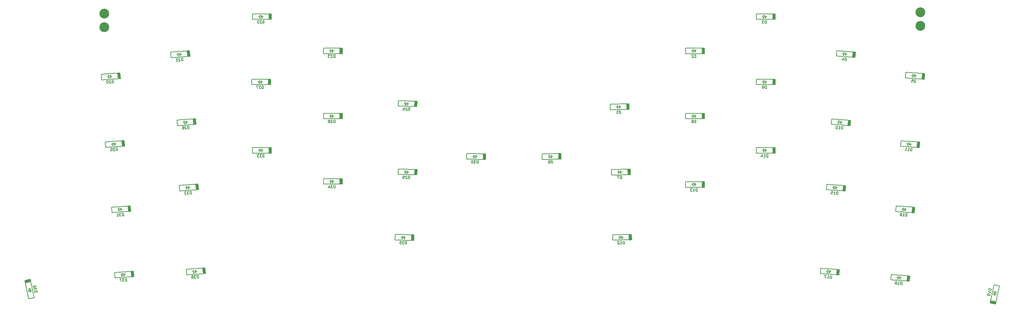
<source format=gbr>
%TF.GenerationSoftware,KiCad,Pcbnew,9.0.2*%
%TF.CreationDate,2025-06-24T00:15:16-06:00*%
%TF.ProjectId,Orcus,4f726375-732e-46b6-9963-61645f706362,rev?*%
%TF.SameCoordinates,Original*%
%TF.FileFunction,Legend,Bot*%
%TF.FilePolarity,Positive*%
%FSLAX46Y46*%
G04 Gerber Fmt 4.6, Leading zero omitted, Abs format (unit mm)*
G04 Created by KiCad (PCBNEW 9.0.2) date 2025-06-24 00:15:16*
%MOMM*%
%LPD*%
G01*
G04 APERTURE LIST*
%ADD10C,0.150000*%
%ADD11C,0.200000*%
%ADD12C,0.100000*%
%ADD13C,2.500000*%
G04 APERTURE END LIST*
D10*
X47005134Y-69915060D02*
X46956304Y-69216765D01*
X46956304Y-69216765D02*
X46790043Y-69228391D01*
X46790043Y-69228391D02*
X46692612Y-69268619D01*
X46692612Y-69268619D02*
X46630758Y-69339774D01*
X46630758Y-69339774D02*
X46602157Y-69408603D01*
X46602157Y-69408603D02*
X46578205Y-69543937D01*
X46578205Y-69543937D02*
X46585181Y-69643693D01*
X46585181Y-69643693D02*
X46627734Y-69774377D01*
X46627734Y-69774377D02*
X46665637Y-69838556D01*
X46665637Y-69838556D02*
X46736791Y-69900410D01*
X46736791Y-69900410D02*
X46838873Y-69926686D01*
X46838873Y-69926686D02*
X47005134Y-69915060D01*
X46295912Y-69329774D02*
X46260334Y-69298847D01*
X46260334Y-69298847D02*
X46191505Y-69270245D01*
X46191505Y-69270245D02*
X46025244Y-69281871D01*
X46025244Y-69281871D02*
X45961065Y-69319774D01*
X45961065Y-69319774D02*
X45930138Y-69355351D01*
X45930138Y-69355351D02*
X45901537Y-69424181D01*
X45901537Y-69424181D02*
X45906187Y-69490685D01*
X45906187Y-69490685D02*
X45946415Y-69588116D01*
X45946415Y-69588116D02*
X46373343Y-69959239D01*
X46373343Y-69959239D02*
X45941065Y-69989467D01*
X45260445Y-69335351D02*
X45592966Y-69312099D01*
X45592966Y-69312099D02*
X45649471Y-69642295D01*
X45649471Y-69642295D02*
X45613893Y-69611368D01*
X45613893Y-69611368D02*
X45545064Y-69582767D01*
X45545064Y-69582767D02*
X45378803Y-69594393D01*
X45378803Y-69594393D02*
X45314624Y-69632295D01*
X45314624Y-69632295D02*
X45283697Y-69667873D01*
X45283697Y-69667873D02*
X45255095Y-69736702D01*
X45255095Y-69736702D02*
X45266721Y-69902963D01*
X45266721Y-69902963D02*
X45304624Y-69967142D01*
X45304624Y-69967142D02*
X45340201Y-69998069D01*
X45340201Y-69998069D02*
X45409031Y-70026670D01*
X45409031Y-70026670D02*
X45575292Y-70015044D01*
X45575292Y-70015044D02*
X45639471Y-69977142D01*
X45639471Y-69977142D02*
X45670397Y-69941564D01*
X65261384Y-64358810D02*
X65212554Y-63660515D01*
X65212554Y-63660515D02*
X65046293Y-63672141D01*
X65046293Y-63672141D02*
X64948862Y-63712369D01*
X64948862Y-63712369D02*
X64887008Y-63783524D01*
X64887008Y-63783524D02*
X64858407Y-63852353D01*
X64858407Y-63852353D02*
X64834455Y-63987687D01*
X64834455Y-63987687D02*
X64841431Y-64087443D01*
X64841431Y-64087443D02*
X64883984Y-64218127D01*
X64883984Y-64218127D02*
X64921887Y-64282306D01*
X64921887Y-64282306D02*
X64993041Y-64344160D01*
X64993041Y-64344160D02*
X65095123Y-64370436D01*
X65095123Y-64370436D02*
X65261384Y-64358810D01*
X64552162Y-63773524D02*
X64516584Y-63742597D01*
X64516584Y-63742597D02*
X64447755Y-63713995D01*
X64447755Y-63713995D02*
X64281494Y-63725621D01*
X64281494Y-63725621D02*
X64217315Y-63763524D01*
X64217315Y-63763524D02*
X64186388Y-63799101D01*
X64186388Y-63799101D02*
X64157787Y-63867931D01*
X64157787Y-63867931D02*
X64162437Y-63934435D01*
X64162437Y-63934435D02*
X64202665Y-64031866D01*
X64202665Y-64031866D02*
X64629593Y-64402989D01*
X64629593Y-64402989D02*
X64197315Y-64433217D01*
X63549947Y-63776776D02*
X63682956Y-63767475D01*
X63682956Y-63767475D02*
X63751785Y-63796077D01*
X63751785Y-63796077D02*
X63787362Y-63827004D01*
X63787362Y-63827004D02*
X63860842Y-63922110D01*
X63860842Y-63922110D02*
X63903395Y-64052793D01*
X63903395Y-64052793D02*
X63921997Y-64318810D01*
X63921997Y-64318810D02*
X63893395Y-64387640D01*
X63893395Y-64387640D02*
X63862468Y-64423217D01*
X63862468Y-64423217D02*
X63798289Y-64461119D01*
X63798289Y-64461119D02*
X63665281Y-64470420D01*
X63665281Y-64470420D02*
X63596451Y-64441819D01*
X63596451Y-64441819D02*
X63560874Y-64410892D01*
X63560874Y-64410892D02*
X63522971Y-64346713D01*
X63522971Y-64346713D02*
X63511345Y-64180452D01*
X63511345Y-64180452D02*
X63539947Y-64111623D01*
X63539947Y-64111623D02*
X63570874Y-64076045D01*
X63570874Y-64076045D02*
X63635053Y-64038143D01*
X63635053Y-64038143D02*
X63768062Y-64028842D01*
X63768062Y-64028842D02*
X63836891Y-64057443D01*
X63836891Y-64057443D02*
X63872468Y-64088370D01*
X63872468Y-64088370D02*
X63910371Y-64152549D01*
X84193750Y-54103533D02*
X84193750Y-53403533D01*
X84193750Y-53403533D02*
X84027083Y-53403533D01*
X84027083Y-53403533D02*
X83927083Y-53436866D01*
X83927083Y-53436866D02*
X83860417Y-53503533D01*
X83860417Y-53503533D02*
X83827083Y-53570200D01*
X83827083Y-53570200D02*
X83793750Y-53703533D01*
X83793750Y-53703533D02*
X83793750Y-53803533D01*
X83793750Y-53803533D02*
X83827083Y-53936866D01*
X83827083Y-53936866D02*
X83860417Y-54003533D01*
X83860417Y-54003533D02*
X83927083Y-54070200D01*
X83927083Y-54070200D02*
X84027083Y-54103533D01*
X84027083Y-54103533D02*
X84193750Y-54103533D01*
X83527083Y-53470200D02*
X83493750Y-53436866D01*
X83493750Y-53436866D02*
X83427083Y-53403533D01*
X83427083Y-53403533D02*
X83260417Y-53403533D01*
X83260417Y-53403533D02*
X83193750Y-53436866D01*
X83193750Y-53436866D02*
X83160417Y-53470200D01*
X83160417Y-53470200D02*
X83127083Y-53536866D01*
X83127083Y-53536866D02*
X83127083Y-53603533D01*
X83127083Y-53603533D02*
X83160417Y-53703533D01*
X83160417Y-53703533D02*
X83560417Y-54103533D01*
X83560417Y-54103533D02*
X83127083Y-54103533D01*
X82893750Y-53403533D02*
X82427083Y-53403533D01*
X82427083Y-53403533D02*
X82727083Y-54103533D01*
X84381250Y-71566033D02*
X84381250Y-70866033D01*
X84381250Y-70866033D02*
X84214583Y-70866033D01*
X84214583Y-70866033D02*
X84114583Y-70899366D01*
X84114583Y-70899366D02*
X84047917Y-70966033D01*
X84047917Y-70966033D02*
X84014583Y-71032700D01*
X84014583Y-71032700D02*
X83981250Y-71166033D01*
X83981250Y-71166033D02*
X83981250Y-71266033D01*
X83981250Y-71266033D02*
X84014583Y-71399366D01*
X84014583Y-71399366D02*
X84047917Y-71466033D01*
X84047917Y-71466033D02*
X84114583Y-71532700D01*
X84114583Y-71532700D02*
X84214583Y-71566033D01*
X84214583Y-71566033D02*
X84381250Y-71566033D01*
X83747917Y-70866033D02*
X83314583Y-70866033D01*
X83314583Y-70866033D02*
X83547917Y-71132700D01*
X83547917Y-71132700D02*
X83447917Y-71132700D01*
X83447917Y-71132700D02*
X83381250Y-71166033D01*
X83381250Y-71166033D02*
X83347917Y-71199366D01*
X83347917Y-71199366D02*
X83314583Y-71266033D01*
X83314583Y-71266033D02*
X83314583Y-71432700D01*
X83314583Y-71432700D02*
X83347917Y-71499366D01*
X83347917Y-71499366D02*
X83381250Y-71532700D01*
X83381250Y-71532700D02*
X83447917Y-71566033D01*
X83447917Y-71566033D02*
X83647917Y-71566033D01*
X83647917Y-71566033D02*
X83714583Y-71532700D01*
X83714583Y-71532700D02*
X83747917Y-71499366D01*
X83081250Y-70866033D02*
X82647916Y-70866033D01*
X82647916Y-70866033D02*
X82881250Y-71132700D01*
X82881250Y-71132700D02*
X82781250Y-71132700D01*
X82781250Y-71132700D02*
X82714583Y-71166033D01*
X82714583Y-71166033D02*
X82681250Y-71199366D01*
X82681250Y-71199366D02*
X82647916Y-71266033D01*
X82647916Y-71266033D02*
X82647916Y-71432700D01*
X82647916Y-71432700D02*
X82681250Y-71499366D01*
X82681250Y-71499366D02*
X82714583Y-71532700D01*
X82714583Y-71532700D02*
X82781250Y-71566033D01*
X82781250Y-71566033D02*
X82981250Y-71566033D01*
X82981250Y-71566033D02*
X83047916Y-71532700D01*
X83047916Y-71532700D02*
X83081250Y-71499366D01*
X120676172Y-93805606D02*
X120688389Y-93105713D01*
X120688389Y-93105713D02*
X120521747Y-93102804D01*
X120521747Y-93102804D02*
X120421181Y-93134387D01*
X120421181Y-93134387D02*
X120353361Y-93199880D01*
X120353361Y-93199880D02*
X120318869Y-93265955D01*
X120318869Y-93265955D02*
X120283214Y-93398686D01*
X120283214Y-93398686D02*
X120281468Y-93498671D01*
X120281468Y-93498671D02*
X120312470Y-93632566D01*
X120312470Y-93632566D02*
X120344635Y-93699804D01*
X120344635Y-93699804D02*
X120410128Y-93767624D01*
X120410128Y-93767624D02*
X120509531Y-93802698D01*
X120509531Y-93802698D02*
X120676172Y-93805606D01*
X120055152Y-93094660D02*
X119621884Y-93087097D01*
X119621884Y-93087097D02*
X119850528Y-93357795D01*
X119850528Y-93357795D02*
X119750543Y-93356050D01*
X119750543Y-93356050D02*
X119683305Y-93388215D01*
X119683305Y-93388215D02*
X119649395Y-93420961D01*
X119649395Y-93420961D02*
X119614903Y-93487036D01*
X119614903Y-93487036D02*
X119611995Y-93653677D01*
X119611995Y-93653677D02*
X119644159Y-93720916D01*
X119644159Y-93720916D02*
X119676906Y-93754826D01*
X119676906Y-93754826D02*
X119742981Y-93789317D01*
X119742981Y-93789317D02*
X119942950Y-93792808D01*
X119942950Y-93792808D02*
X120010188Y-93760643D01*
X120010188Y-93760643D02*
X120044098Y-93727897D01*
X118988647Y-93076044D02*
X119321930Y-93081861D01*
X119321930Y-93081861D02*
X119349440Y-93415726D01*
X119349440Y-93415726D02*
X119316694Y-93381816D01*
X119316694Y-93381816D02*
X119250619Y-93347324D01*
X119250619Y-93347324D02*
X119083978Y-93344415D01*
X119083978Y-93344415D02*
X119016740Y-93376580D01*
X119016740Y-93376580D02*
X118982830Y-93409326D01*
X118982830Y-93409326D02*
X118948338Y-93475401D01*
X118948338Y-93475401D02*
X118945429Y-93642042D01*
X118945429Y-93642042D02*
X118977594Y-93709281D01*
X118977594Y-93709281D02*
X119010340Y-93743191D01*
X119010340Y-93743191D02*
X119076415Y-93777682D01*
X119076415Y-93777682D02*
X119243056Y-93780591D01*
X119243056Y-93780591D02*
X119310295Y-93748426D01*
X119310295Y-93748426D02*
X119344205Y-93715680D01*
X121469921Y-77112422D02*
X121482138Y-76412529D01*
X121482138Y-76412529D02*
X121315496Y-76409620D01*
X121315496Y-76409620D02*
X121214930Y-76441203D01*
X121214930Y-76441203D02*
X121147110Y-76506696D01*
X121147110Y-76506696D02*
X121112618Y-76572771D01*
X121112618Y-76572771D02*
X121076963Y-76705502D01*
X121076963Y-76705502D02*
X121075217Y-76805487D01*
X121075217Y-76805487D02*
X121106219Y-76939382D01*
X121106219Y-76939382D02*
X121138384Y-77006620D01*
X121138384Y-77006620D02*
X121203877Y-77074440D01*
X121203877Y-77074440D02*
X121303280Y-77109514D01*
X121303280Y-77109514D02*
X121469921Y-77112422D01*
X120814409Y-76467550D02*
X120781662Y-76433640D01*
X120781662Y-76433640D02*
X120715588Y-76399149D01*
X120715588Y-76399149D02*
X120548946Y-76396240D01*
X120548946Y-76396240D02*
X120481708Y-76428405D01*
X120481708Y-76428405D02*
X120447798Y-76461151D01*
X120447798Y-76461151D02*
X120413306Y-76527226D01*
X120413306Y-76527226D02*
X120412143Y-76593883D01*
X120412143Y-76593883D02*
X120443726Y-76694449D01*
X120443726Y-76694449D02*
X120836684Y-77101369D01*
X120836684Y-77101369D02*
X120403417Y-77093806D01*
X120070134Y-77087989D02*
X119936821Y-77085662D01*
X119936821Y-77085662D02*
X119870746Y-77051170D01*
X119870746Y-77051170D02*
X119837999Y-77017260D01*
X119837999Y-77017260D02*
X119773088Y-76916112D01*
X119773088Y-76916112D02*
X119742087Y-76782217D01*
X119742087Y-76782217D02*
X119746741Y-76515591D01*
X119746741Y-76515591D02*
X119781233Y-76449516D01*
X119781233Y-76449516D02*
X119815143Y-76416770D01*
X119815143Y-76416770D02*
X119882381Y-76384605D01*
X119882381Y-76384605D02*
X120015694Y-76386932D01*
X120015694Y-76386932D02*
X120081769Y-76421424D01*
X120081769Y-76421424D02*
X120114515Y-76455334D01*
X120114515Y-76455334D02*
X120146680Y-76522572D01*
X120146680Y-76522572D02*
X120143771Y-76689213D01*
X120143771Y-76689213D02*
X120109279Y-76755288D01*
X120109279Y-76755288D02*
X120075369Y-76788035D01*
X120075369Y-76788035D02*
X120008131Y-76820199D01*
X120008131Y-76820199D02*
X119874818Y-76817872D01*
X119874818Y-76817872D02*
X119808743Y-76783381D01*
X119808743Y-76783381D02*
X119775997Y-76749471D01*
X119775997Y-76749471D02*
X119743832Y-76682232D01*
X49386384Y-103252560D02*
X49337554Y-102554265D01*
X49337554Y-102554265D02*
X49171293Y-102565891D01*
X49171293Y-102565891D02*
X49073862Y-102606119D01*
X49073862Y-102606119D02*
X49012008Y-102677274D01*
X49012008Y-102677274D02*
X48983407Y-102746103D01*
X48983407Y-102746103D02*
X48959455Y-102881437D01*
X48959455Y-102881437D02*
X48966431Y-102981193D01*
X48966431Y-102981193D02*
X49008984Y-103111877D01*
X49008984Y-103111877D02*
X49046887Y-103176056D01*
X49046887Y-103176056D02*
X49118041Y-103237910D01*
X49118041Y-103237910D02*
X49220123Y-103264186D01*
X49220123Y-103264186D02*
X49386384Y-103252560D01*
X48705764Y-102598444D02*
X48273486Y-102628672D01*
X48273486Y-102628672D02*
X48524852Y-102878413D01*
X48524852Y-102878413D02*
X48425096Y-102885388D01*
X48425096Y-102885388D02*
X48360917Y-102923291D01*
X48360917Y-102923291D02*
X48329990Y-102958868D01*
X48329990Y-102958868D02*
X48301388Y-103027698D01*
X48301388Y-103027698D02*
X48313014Y-103193958D01*
X48313014Y-103193958D02*
X48350917Y-103258137D01*
X48350917Y-103258137D02*
X48386494Y-103289064D01*
X48386494Y-103289064D02*
X48455324Y-103317666D01*
X48455324Y-103317666D02*
X48654837Y-103303715D01*
X48654837Y-103303715D02*
X48719016Y-103265812D01*
X48719016Y-103265812D02*
X48749943Y-103230235D01*
X48040721Y-102644949D02*
X47575191Y-102677502D01*
X47575191Y-102677502D02*
X47923289Y-103354869D01*
X63673884Y-46993969D02*
X63625054Y-46295674D01*
X63625054Y-46295674D02*
X63458793Y-46307300D01*
X63458793Y-46307300D02*
X63361362Y-46347528D01*
X63361362Y-46347528D02*
X63299508Y-46418683D01*
X63299508Y-46418683D02*
X63270907Y-46487512D01*
X63270907Y-46487512D02*
X63246955Y-46622846D01*
X63246955Y-46622846D02*
X63253931Y-46722602D01*
X63253931Y-46722602D02*
X63296484Y-46853286D01*
X63296484Y-46853286D02*
X63334387Y-46917465D01*
X63334387Y-46917465D02*
X63405541Y-46979319D01*
X63405541Y-46979319D02*
X63507623Y-47005595D01*
X63507623Y-47005595D02*
X63673884Y-46993969D01*
X62964662Y-46408683D02*
X62929084Y-46377756D01*
X62929084Y-46377756D02*
X62860255Y-46349154D01*
X62860255Y-46349154D02*
X62693994Y-46360780D01*
X62693994Y-46360780D02*
X62629815Y-46398683D01*
X62629815Y-46398683D02*
X62598888Y-46434260D01*
X62598888Y-46434260D02*
X62570287Y-46503090D01*
X62570287Y-46503090D02*
X62574937Y-46569594D01*
X62574937Y-46569594D02*
X62615165Y-46667025D01*
X62615165Y-46667025D02*
X63042093Y-47038148D01*
X63042093Y-47038148D02*
X62609815Y-47068376D01*
X61944772Y-47114880D02*
X62343798Y-47086978D01*
X62144285Y-47100929D02*
X62095456Y-46402634D01*
X62095456Y-46402634D02*
X62168935Y-46497740D01*
X62168935Y-46497740D02*
X62240090Y-46559594D01*
X62240090Y-46559594D02*
X62308920Y-46588196D01*
X45967634Y-52652560D02*
X45918804Y-51954265D01*
X45918804Y-51954265D02*
X45752543Y-51965891D01*
X45752543Y-51965891D02*
X45655112Y-52006119D01*
X45655112Y-52006119D02*
X45593258Y-52077274D01*
X45593258Y-52077274D02*
X45564657Y-52146103D01*
X45564657Y-52146103D02*
X45540705Y-52281437D01*
X45540705Y-52281437D02*
X45547681Y-52381193D01*
X45547681Y-52381193D02*
X45590234Y-52511877D01*
X45590234Y-52511877D02*
X45628137Y-52576056D01*
X45628137Y-52576056D02*
X45699291Y-52637910D01*
X45699291Y-52637910D02*
X45801373Y-52664186D01*
X45801373Y-52664186D02*
X45967634Y-52652560D01*
X45258412Y-52067274D02*
X45222834Y-52036347D01*
X45222834Y-52036347D02*
X45154005Y-52007745D01*
X45154005Y-52007745D02*
X44987744Y-52019371D01*
X44987744Y-52019371D02*
X44923565Y-52057274D01*
X44923565Y-52057274D02*
X44892638Y-52092851D01*
X44892638Y-52092851D02*
X44864037Y-52161681D01*
X44864037Y-52161681D02*
X44868687Y-52228185D01*
X44868687Y-52228185D02*
X44908915Y-52325616D01*
X44908915Y-52325616D02*
X45335843Y-52696739D01*
X45335843Y-52696739D02*
X44903565Y-52726967D01*
X44422458Y-52058900D02*
X44355953Y-52063550D01*
X44355953Y-52063550D02*
X44291774Y-52101453D01*
X44291774Y-52101453D02*
X44260847Y-52137030D01*
X44260847Y-52137030D02*
X44232246Y-52205860D01*
X44232246Y-52205860D02*
X44208294Y-52341193D01*
X44208294Y-52341193D02*
X44219921Y-52507454D01*
X44219921Y-52507454D02*
X44262474Y-52638137D01*
X44262474Y-52638137D02*
X44300376Y-52702317D01*
X44300376Y-52702317D02*
X44335953Y-52733243D01*
X44335953Y-52733243D02*
X44404783Y-52761845D01*
X44404783Y-52761845D02*
X44471287Y-52757195D01*
X44471287Y-52757195D02*
X44535466Y-52719292D01*
X44535466Y-52719292D02*
X44566393Y-52683715D01*
X44566393Y-52683715D02*
X44594995Y-52614885D01*
X44594995Y-52614885D02*
X44618946Y-52479552D01*
X44618946Y-52479552D02*
X44607320Y-52313291D01*
X44607320Y-52313291D02*
X44564767Y-52182608D01*
X44564767Y-52182608D02*
X44526865Y-52118428D01*
X44526865Y-52118428D02*
X44491287Y-52087502D01*
X44491287Y-52087502D02*
X44422458Y-52058900D01*
X67642634Y-102458810D02*
X67593804Y-101760515D01*
X67593804Y-101760515D02*
X67427543Y-101772141D01*
X67427543Y-101772141D02*
X67330112Y-101812369D01*
X67330112Y-101812369D02*
X67268258Y-101883524D01*
X67268258Y-101883524D02*
X67239657Y-101952353D01*
X67239657Y-101952353D02*
X67215705Y-102087687D01*
X67215705Y-102087687D02*
X67222681Y-102187443D01*
X67222681Y-102187443D02*
X67265234Y-102318127D01*
X67265234Y-102318127D02*
X67303137Y-102382306D01*
X67303137Y-102382306D02*
X67374291Y-102444160D01*
X67374291Y-102444160D02*
X67476373Y-102470436D01*
X67476373Y-102470436D02*
X67642634Y-102458810D01*
X66962014Y-101804694D02*
X66529736Y-101834922D01*
X66529736Y-101834922D02*
X66781102Y-102084663D01*
X66781102Y-102084663D02*
X66681346Y-102091638D01*
X66681346Y-102091638D02*
X66617167Y-102129541D01*
X66617167Y-102129541D02*
X66586240Y-102165118D01*
X66586240Y-102165118D02*
X66557638Y-102233948D01*
X66557638Y-102233948D02*
X66569264Y-102400208D01*
X66569264Y-102400208D02*
X66607167Y-102464387D01*
X66607167Y-102464387D02*
X66642744Y-102495314D01*
X66642744Y-102495314D02*
X66711574Y-102523916D01*
X66711574Y-102523916D02*
X66911087Y-102509965D01*
X66911087Y-102509965D02*
X66975266Y-102472062D01*
X66975266Y-102472062D02*
X67006193Y-102436485D01*
X66151637Y-102162094D02*
X66215816Y-102124191D01*
X66215816Y-102124191D02*
X66246743Y-102088614D01*
X66246743Y-102088614D02*
X66275344Y-102019784D01*
X66275344Y-102019784D02*
X66273019Y-101986532D01*
X66273019Y-101986532D02*
X66235117Y-101922353D01*
X66235117Y-101922353D02*
X66199539Y-101891426D01*
X66199539Y-101891426D02*
X66130710Y-101862825D01*
X66130710Y-101862825D02*
X65997701Y-101872126D01*
X65997701Y-101872126D02*
X65933522Y-101910028D01*
X65933522Y-101910028D02*
X65902595Y-101945605D01*
X65902595Y-101945605D02*
X65873994Y-102014435D01*
X65873994Y-102014435D02*
X65876319Y-102047687D01*
X65876319Y-102047687D02*
X65914221Y-102111866D01*
X65914221Y-102111866D02*
X65949799Y-102142793D01*
X65949799Y-102142793D02*
X66018628Y-102171395D01*
X66018628Y-102171395D02*
X66151637Y-102162094D01*
X66151637Y-102162094D02*
X66220466Y-102190696D01*
X66220466Y-102190696D02*
X66256044Y-102221622D01*
X66256044Y-102221622D02*
X66293946Y-102285802D01*
X66293946Y-102285802D02*
X66303247Y-102418810D01*
X66303247Y-102418810D02*
X66274645Y-102487640D01*
X66274645Y-102487640D02*
X66243718Y-102523217D01*
X66243718Y-102523217D02*
X66179539Y-102561119D01*
X66179539Y-102561119D02*
X66046531Y-102570420D01*
X66046531Y-102570420D02*
X65977701Y-102541819D01*
X65977701Y-102541819D02*
X65942124Y-102510892D01*
X65942124Y-102510892D02*
X65904221Y-102446713D01*
X65904221Y-102446713D02*
X65894921Y-102313704D01*
X65894921Y-102313704D02*
X65923522Y-102244875D01*
X65923522Y-102244875D02*
X65954449Y-102209297D01*
X65954449Y-102209297D02*
X66018628Y-102171395D01*
X65867634Y-81027560D02*
X65818804Y-80329265D01*
X65818804Y-80329265D02*
X65652543Y-80340891D01*
X65652543Y-80340891D02*
X65555112Y-80381119D01*
X65555112Y-80381119D02*
X65493258Y-80452274D01*
X65493258Y-80452274D02*
X65464657Y-80521103D01*
X65464657Y-80521103D02*
X65440705Y-80656437D01*
X65440705Y-80656437D02*
X65447681Y-80756193D01*
X65447681Y-80756193D02*
X65490234Y-80886877D01*
X65490234Y-80886877D02*
X65528137Y-80951056D01*
X65528137Y-80951056D02*
X65599291Y-81012910D01*
X65599291Y-81012910D02*
X65701373Y-81039186D01*
X65701373Y-81039186D02*
X65867634Y-81027560D01*
X65187014Y-80373444D02*
X64754736Y-80403672D01*
X64754736Y-80403672D02*
X65006102Y-80653413D01*
X65006102Y-80653413D02*
X64906346Y-80660388D01*
X64906346Y-80660388D02*
X64842167Y-80698291D01*
X64842167Y-80698291D02*
X64811240Y-80733868D01*
X64811240Y-80733868D02*
X64782638Y-80802698D01*
X64782638Y-80802698D02*
X64794264Y-80968958D01*
X64794264Y-80968958D02*
X64832167Y-81033137D01*
X64832167Y-81033137D02*
X64867744Y-81064064D01*
X64867744Y-81064064D02*
X64936574Y-81092666D01*
X64936574Y-81092666D02*
X65136087Y-81078715D01*
X65136087Y-81078715D02*
X65200266Y-81040812D01*
X65200266Y-81040812D02*
X65231193Y-81005235D01*
X64493369Y-80488778D02*
X64457791Y-80457851D01*
X64457791Y-80457851D02*
X64388962Y-80429249D01*
X64388962Y-80429249D02*
X64222701Y-80440876D01*
X64222701Y-80440876D02*
X64158522Y-80478778D01*
X64158522Y-80478778D02*
X64127595Y-80514355D01*
X64127595Y-80514355D02*
X64098994Y-80583185D01*
X64098994Y-80583185D02*
X64103644Y-80649689D01*
X64103644Y-80649689D02*
X64143872Y-80747120D01*
X64143872Y-80747120D02*
X64570800Y-81118243D01*
X64570800Y-81118243D02*
X64138522Y-81148471D01*
X84381250Y-37434783D02*
X84381250Y-36734783D01*
X84381250Y-36734783D02*
X84214583Y-36734783D01*
X84214583Y-36734783D02*
X84114583Y-36768116D01*
X84114583Y-36768116D02*
X84047917Y-36834783D01*
X84047917Y-36834783D02*
X84014583Y-36901450D01*
X84014583Y-36901450D02*
X83981250Y-37034783D01*
X83981250Y-37034783D02*
X83981250Y-37134783D01*
X83981250Y-37134783D02*
X84014583Y-37268116D01*
X84014583Y-37268116D02*
X84047917Y-37334783D01*
X84047917Y-37334783D02*
X84114583Y-37401450D01*
X84114583Y-37401450D02*
X84214583Y-37434783D01*
X84214583Y-37434783D02*
X84381250Y-37434783D01*
X83714583Y-36801450D02*
X83681250Y-36768116D01*
X83681250Y-36768116D02*
X83614583Y-36734783D01*
X83614583Y-36734783D02*
X83447917Y-36734783D01*
X83447917Y-36734783D02*
X83381250Y-36768116D01*
X83381250Y-36768116D02*
X83347917Y-36801450D01*
X83347917Y-36801450D02*
X83314583Y-36868116D01*
X83314583Y-36868116D02*
X83314583Y-36934783D01*
X83314583Y-36934783D02*
X83347917Y-37034783D01*
X83347917Y-37034783D02*
X83747917Y-37434783D01*
X83747917Y-37434783D02*
X83314583Y-37434783D01*
X83047916Y-36801450D02*
X83014583Y-36768116D01*
X83014583Y-36768116D02*
X82947916Y-36734783D01*
X82947916Y-36734783D02*
X82781250Y-36734783D01*
X82781250Y-36734783D02*
X82714583Y-36768116D01*
X82714583Y-36768116D02*
X82681250Y-36801450D01*
X82681250Y-36801450D02*
X82647916Y-36868116D01*
X82647916Y-36868116D02*
X82647916Y-36934783D01*
X82647916Y-36934783D02*
X82681250Y-37034783D01*
X82681250Y-37034783D02*
X83081250Y-37434783D01*
X83081250Y-37434783D02*
X82647916Y-37434783D01*
X48592634Y-86583810D02*
X48543804Y-85885515D01*
X48543804Y-85885515D02*
X48377543Y-85897141D01*
X48377543Y-85897141D02*
X48280112Y-85937369D01*
X48280112Y-85937369D02*
X48218258Y-86008524D01*
X48218258Y-86008524D02*
X48189657Y-86077353D01*
X48189657Y-86077353D02*
X48165705Y-86212687D01*
X48165705Y-86212687D02*
X48172681Y-86312443D01*
X48172681Y-86312443D02*
X48215234Y-86443127D01*
X48215234Y-86443127D02*
X48253137Y-86507306D01*
X48253137Y-86507306D02*
X48324291Y-86569160D01*
X48324291Y-86569160D02*
X48426373Y-86595436D01*
X48426373Y-86595436D02*
X48592634Y-86583810D01*
X47912014Y-85929694D02*
X47479736Y-85959922D01*
X47479736Y-85959922D02*
X47731102Y-86209663D01*
X47731102Y-86209663D02*
X47631346Y-86216638D01*
X47631346Y-86216638D02*
X47567167Y-86254541D01*
X47567167Y-86254541D02*
X47536240Y-86290118D01*
X47536240Y-86290118D02*
X47507638Y-86358948D01*
X47507638Y-86358948D02*
X47519264Y-86525208D01*
X47519264Y-86525208D02*
X47557167Y-86589387D01*
X47557167Y-86589387D02*
X47592744Y-86620314D01*
X47592744Y-86620314D02*
X47661574Y-86648916D01*
X47661574Y-86648916D02*
X47861087Y-86634965D01*
X47861087Y-86634965D02*
X47925266Y-86597062D01*
X47925266Y-86597062D02*
X47956193Y-86561485D01*
X46863522Y-86704721D02*
X47262548Y-86676819D01*
X47063035Y-86690770D02*
X47014206Y-85992475D01*
X47014206Y-85992475D02*
X47087685Y-86087581D01*
X47087685Y-86087581D02*
X47158840Y-86149435D01*
X47158840Y-86149435D02*
X47227670Y-86178037D01*
X121469922Y-59674356D02*
X121482139Y-58974463D01*
X121482139Y-58974463D02*
X121315497Y-58971554D01*
X121315497Y-58971554D02*
X121214931Y-59003137D01*
X121214931Y-59003137D02*
X121147111Y-59068630D01*
X121147111Y-59068630D02*
X121112619Y-59134705D01*
X121112619Y-59134705D02*
X121076964Y-59267436D01*
X121076964Y-59267436D02*
X121075218Y-59367421D01*
X121075218Y-59367421D02*
X121106220Y-59501316D01*
X121106220Y-59501316D02*
X121138385Y-59568554D01*
X121138385Y-59568554D02*
X121203878Y-59636374D01*
X121203878Y-59636374D02*
X121303281Y-59671448D01*
X121303281Y-59671448D02*
X121469922Y-59674356D01*
X120814410Y-59029484D02*
X120781663Y-58995574D01*
X120781663Y-58995574D02*
X120715589Y-58961083D01*
X120715589Y-58961083D02*
X120548947Y-58958174D01*
X120548947Y-58958174D02*
X120481709Y-58990339D01*
X120481709Y-58990339D02*
X120447799Y-59023085D01*
X120447799Y-59023085D02*
X120413307Y-59089160D01*
X120413307Y-59089160D02*
X120412144Y-59155817D01*
X120412144Y-59155817D02*
X120443727Y-59256383D01*
X120443727Y-59256383D02*
X120836685Y-59663303D01*
X120836685Y-59663303D02*
X120403418Y-59655740D01*
X119811653Y-59178673D02*
X119803509Y-59645269D01*
X119982948Y-58914956D02*
X120140863Y-59417789D01*
X120140863Y-59417789D02*
X119707596Y-59410226D01*
X102450000Y-62834783D02*
X102450000Y-62134783D01*
X102450000Y-62134783D02*
X102283333Y-62134783D01*
X102283333Y-62134783D02*
X102183333Y-62168116D01*
X102183333Y-62168116D02*
X102116667Y-62234783D01*
X102116667Y-62234783D02*
X102083333Y-62301450D01*
X102083333Y-62301450D02*
X102050000Y-62434783D01*
X102050000Y-62434783D02*
X102050000Y-62534783D01*
X102050000Y-62534783D02*
X102083333Y-62668116D01*
X102083333Y-62668116D02*
X102116667Y-62734783D01*
X102116667Y-62734783D02*
X102183333Y-62801450D01*
X102183333Y-62801450D02*
X102283333Y-62834783D01*
X102283333Y-62834783D02*
X102450000Y-62834783D01*
X101783333Y-62201450D02*
X101750000Y-62168116D01*
X101750000Y-62168116D02*
X101683333Y-62134783D01*
X101683333Y-62134783D02*
X101516667Y-62134783D01*
X101516667Y-62134783D02*
X101450000Y-62168116D01*
X101450000Y-62168116D02*
X101416667Y-62201450D01*
X101416667Y-62201450D02*
X101383333Y-62268116D01*
X101383333Y-62268116D02*
X101383333Y-62334783D01*
X101383333Y-62334783D02*
X101416667Y-62434783D01*
X101416667Y-62434783D02*
X101816667Y-62834783D01*
X101816667Y-62834783D02*
X101383333Y-62834783D01*
X100983333Y-62434783D02*
X101050000Y-62401450D01*
X101050000Y-62401450D02*
X101083333Y-62368116D01*
X101083333Y-62368116D02*
X101116666Y-62301450D01*
X101116666Y-62301450D02*
X101116666Y-62268116D01*
X101116666Y-62268116D02*
X101083333Y-62201450D01*
X101083333Y-62201450D02*
X101050000Y-62168116D01*
X101050000Y-62168116D02*
X100983333Y-62134783D01*
X100983333Y-62134783D02*
X100850000Y-62134783D01*
X100850000Y-62134783D02*
X100783333Y-62168116D01*
X100783333Y-62168116D02*
X100750000Y-62201450D01*
X100750000Y-62201450D02*
X100716666Y-62268116D01*
X100716666Y-62268116D02*
X100716666Y-62301450D01*
X100716666Y-62301450D02*
X100750000Y-62368116D01*
X100750000Y-62368116D02*
X100783333Y-62401450D01*
X100783333Y-62401450D02*
X100850000Y-62434783D01*
X100850000Y-62434783D02*
X100983333Y-62434783D01*
X100983333Y-62434783D02*
X101050000Y-62468116D01*
X101050000Y-62468116D02*
X101083333Y-62501450D01*
X101083333Y-62501450D02*
X101116666Y-62568116D01*
X101116666Y-62568116D02*
X101116666Y-62701450D01*
X101116666Y-62701450D02*
X101083333Y-62768116D01*
X101083333Y-62768116D02*
X101050000Y-62801450D01*
X101050000Y-62801450D02*
X100983333Y-62834783D01*
X100983333Y-62834783D02*
X100850000Y-62834783D01*
X100850000Y-62834783D02*
X100783333Y-62801450D01*
X100783333Y-62801450D02*
X100750000Y-62768116D01*
X100750000Y-62768116D02*
X100716666Y-62701450D01*
X100716666Y-62701450D02*
X100716666Y-62568116D01*
X100716666Y-62568116D02*
X100750000Y-62501450D01*
X100750000Y-62501450D02*
X100783333Y-62468116D01*
X100783333Y-62468116D02*
X100850000Y-62434783D01*
X102450000Y-46166033D02*
X102450000Y-45466033D01*
X102450000Y-45466033D02*
X102283333Y-45466033D01*
X102283333Y-45466033D02*
X102183333Y-45499366D01*
X102183333Y-45499366D02*
X102116667Y-45566033D01*
X102116667Y-45566033D02*
X102083333Y-45632700D01*
X102083333Y-45632700D02*
X102050000Y-45766033D01*
X102050000Y-45766033D02*
X102050000Y-45866033D01*
X102050000Y-45866033D02*
X102083333Y-45999366D01*
X102083333Y-45999366D02*
X102116667Y-46066033D01*
X102116667Y-46066033D02*
X102183333Y-46132700D01*
X102183333Y-46132700D02*
X102283333Y-46166033D01*
X102283333Y-46166033D02*
X102450000Y-46166033D01*
X101783333Y-45532700D02*
X101750000Y-45499366D01*
X101750000Y-45499366D02*
X101683333Y-45466033D01*
X101683333Y-45466033D02*
X101516667Y-45466033D01*
X101516667Y-45466033D02*
X101450000Y-45499366D01*
X101450000Y-45499366D02*
X101416667Y-45532700D01*
X101416667Y-45532700D02*
X101383333Y-45599366D01*
X101383333Y-45599366D02*
X101383333Y-45666033D01*
X101383333Y-45666033D02*
X101416667Y-45766033D01*
X101416667Y-45766033D02*
X101816667Y-46166033D01*
X101816667Y-46166033D02*
X101383333Y-46166033D01*
X101150000Y-45466033D02*
X100716666Y-45466033D01*
X100716666Y-45466033D02*
X100950000Y-45732700D01*
X100950000Y-45732700D02*
X100850000Y-45732700D01*
X100850000Y-45732700D02*
X100783333Y-45766033D01*
X100783333Y-45766033D02*
X100750000Y-45799366D01*
X100750000Y-45799366D02*
X100716666Y-45866033D01*
X100716666Y-45866033D02*
X100716666Y-46032700D01*
X100716666Y-46032700D02*
X100750000Y-46099366D01*
X100750000Y-46099366D02*
X100783333Y-46132700D01*
X100783333Y-46132700D02*
X100850000Y-46166033D01*
X100850000Y-46166033D02*
X101050000Y-46166033D01*
X101050000Y-46166033D02*
X101116666Y-46132700D01*
X101116666Y-46132700D02*
X101150000Y-46099366D01*
X138932421Y-73168106D02*
X138944638Y-72468213D01*
X138944638Y-72468213D02*
X138777996Y-72465304D01*
X138777996Y-72465304D02*
X138677430Y-72496887D01*
X138677430Y-72496887D02*
X138609610Y-72562380D01*
X138609610Y-72562380D02*
X138575118Y-72628455D01*
X138575118Y-72628455D02*
X138539463Y-72761186D01*
X138539463Y-72761186D02*
X138537717Y-72861171D01*
X138537717Y-72861171D02*
X138568719Y-72995066D01*
X138568719Y-72995066D02*
X138600884Y-73062304D01*
X138600884Y-73062304D02*
X138666377Y-73130124D01*
X138666377Y-73130124D02*
X138765780Y-73165198D01*
X138765780Y-73165198D02*
X138932421Y-73168106D01*
X138311401Y-72457160D02*
X137878133Y-72449597D01*
X137878133Y-72449597D02*
X138106777Y-72720295D01*
X138106777Y-72720295D02*
X138006792Y-72718550D01*
X138006792Y-72718550D02*
X137939554Y-72750715D01*
X137939554Y-72750715D02*
X137905644Y-72783461D01*
X137905644Y-72783461D02*
X137871152Y-72849536D01*
X137871152Y-72849536D02*
X137868244Y-73016177D01*
X137868244Y-73016177D02*
X137900408Y-73083416D01*
X137900408Y-73083416D02*
X137933155Y-73117326D01*
X137933155Y-73117326D02*
X137999230Y-73151817D01*
X137999230Y-73151817D02*
X138199199Y-73155308D01*
X138199199Y-73155308D02*
X138266437Y-73123143D01*
X138266437Y-73123143D02*
X138300347Y-73090397D01*
X137444866Y-72442034D02*
X137378209Y-72440871D01*
X137378209Y-72440871D02*
X137310971Y-72473036D01*
X137310971Y-72473036D02*
X137277061Y-72505782D01*
X137277061Y-72505782D02*
X137242569Y-72571857D01*
X137242569Y-72571857D02*
X137206914Y-72704588D01*
X137206914Y-72704588D02*
X137204005Y-72871229D01*
X137204005Y-72871229D02*
X137235006Y-73005124D01*
X137235006Y-73005124D02*
X137267171Y-73072362D01*
X137267171Y-73072362D02*
X137299918Y-73106272D01*
X137299918Y-73106272D02*
X137365992Y-73140764D01*
X137365992Y-73140764D02*
X137432649Y-73141928D01*
X137432649Y-73141928D02*
X137499887Y-73109763D01*
X137499887Y-73109763D02*
X137533797Y-73077016D01*
X137533797Y-73077016D02*
X137568289Y-73010942D01*
X137568289Y-73010942D02*
X137603944Y-72878210D01*
X137603944Y-72878210D02*
X137606853Y-72711569D01*
X137606853Y-72711569D02*
X137575852Y-72577674D01*
X137575852Y-72577674D02*
X137543687Y-72510436D01*
X137543687Y-72510436D02*
X137510940Y-72476526D01*
X137510940Y-72476526D02*
X137444866Y-72442034D01*
X25843254Y-106174806D02*
X26527958Y-106029268D01*
X26527958Y-106029268D02*
X26493306Y-105866244D01*
X26493306Y-105866244D02*
X26439910Y-105775359D01*
X26439910Y-105775359D02*
X26360839Y-105724010D01*
X26360839Y-105724010D02*
X26288699Y-105705266D01*
X26288699Y-105705266D02*
X26151349Y-105700383D01*
X26151349Y-105700383D02*
X26053534Y-105721174D01*
X26053534Y-105721174D02*
X25930045Y-105781500D01*
X25930045Y-105781500D02*
X25871765Y-105827966D01*
X25871765Y-105827966D02*
X25820416Y-105907037D01*
X25820416Y-105907037D02*
X25808602Y-106011782D01*
X25808602Y-106011782D02*
X25843254Y-106174806D01*
X26396280Y-105409775D02*
X26306185Y-104985911D01*
X26306185Y-104985911D02*
X26093858Y-105269588D01*
X26093858Y-105269588D02*
X26073067Y-105171773D01*
X26073067Y-105171773D02*
X26026602Y-105113494D01*
X26026602Y-105113494D02*
X25987066Y-105087820D01*
X25987066Y-105087820D02*
X25914926Y-105069075D01*
X25914926Y-105069075D02*
X25751901Y-105103727D01*
X25751901Y-105103727D02*
X25693622Y-105150193D01*
X25693622Y-105150193D02*
X25667947Y-105189728D01*
X25667947Y-105189728D02*
X25649203Y-105261869D01*
X25649203Y-105261869D02*
X25690786Y-105457498D01*
X25690786Y-105457498D02*
X25737251Y-105515778D01*
X25737251Y-105515778D02*
X25776787Y-105541452D01*
X26181438Y-104399022D02*
X26209160Y-104529441D01*
X26209160Y-104529441D02*
X26190415Y-104601582D01*
X26190415Y-104601582D02*
X26164741Y-104641117D01*
X26164741Y-104641117D02*
X26080787Y-104727118D01*
X26080787Y-104727118D02*
X25957298Y-104787445D01*
X25957298Y-104787445D02*
X25696458Y-104842888D01*
X25696458Y-104842888D02*
X25624318Y-104824143D01*
X25624318Y-104824143D02*
X25584783Y-104798469D01*
X25584783Y-104798469D02*
X25538317Y-104740190D01*
X25538317Y-104740190D02*
X25510595Y-104609770D01*
X25510595Y-104609770D02*
X25529340Y-104537630D01*
X25529340Y-104537630D02*
X25555014Y-104498094D01*
X25555014Y-104498094D02*
X25613294Y-104451629D01*
X25613294Y-104451629D02*
X25776318Y-104416977D01*
X25776318Y-104416977D02*
X25848458Y-104435721D01*
X25848458Y-104435721D02*
X25887994Y-104461395D01*
X25887994Y-104461395D02*
X25934459Y-104519675D01*
X25934459Y-104519675D02*
X25962181Y-104650094D01*
X25962181Y-104650094D02*
X25943437Y-104722235D01*
X25943437Y-104722235D02*
X25917762Y-104761770D01*
X25917762Y-104761770D02*
X25859483Y-104808236D01*
X102450000Y-79503533D02*
X102450000Y-78803533D01*
X102450000Y-78803533D02*
X102283333Y-78803533D01*
X102283333Y-78803533D02*
X102183333Y-78836866D01*
X102183333Y-78836866D02*
X102116667Y-78903533D01*
X102116667Y-78903533D02*
X102083333Y-78970200D01*
X102083333Y-78970200D02*
X102050000Y-79103533D01*
X102050000Y-79103533D02*
X102050000Y-79203533D01*
X102050000Y-79203533D02*
X102083333Y-79336866D01*
X102083333Y-79336866D02*
X102116667Y-79403533D01*
X102116667Y-79403533D02*
X102183333Y-79470200D01*
X102183333Y-79470200D02*
X102283333Y-79503533D01*
X102283333Y-79503533D02*
X102450000Y-79503533D01*
X101816667Y-78803533D02*
X101383333Y-78803533D01*
X101383333Y-78803533D02*
X101616667Y-79070200D01*
X101616667Y-79070200D02*
X101516667Y-79070200D01*
X101516667Y-79070200D02*
X101450000Y-79103533D01*
X101450000Y-79103533D02*
X101416667Y-79136866D01*
X101416667Y-79136866D02*
X101383333Y-79203533D01*
X101383333Y-79203533D02*
X101383333Y-79370200D01*
X101383333Y-79370200D02*
X101416667Y-79436866D01*
X101416667Y-79436866D02*
X101450000Y-79470200D01*
X101450000Y-79470200D02*
X101516667Y-79503533D01*
X101516667Y-79503533D02*
X101716667Y-79503533D01*
X101716667Y-79503533D02*
X101783333Y-79470200D01*
X101783333Y-79470200D02*
X101816667Y-79436866D01*
X100783333Y-79036866D02*
X100783333Y-79503533D01*
X100950000Y-78770200D02*
X101116666Y-79270200D01*
X101116666Y-79270200D02*
X100683333Y-79270200D01*
X194771726Y-80297283D02*
X194771726Y-79597283D01*
X194771726Y-79597283D02*
X194605059Y-79597283D01*
X194605059Y-79597283D02*
X194505059Y-79630616D01*
X194505059Y-79630616D02*
X194438393Y-79697283D01*
X194438393Y-79697283D02*
X194405059Y-79763950D01*
X194405059Y-79763950D02*
X194371726Y-79897283D01*
X194371726Y-79897283D02*
X194371726Y-79997283D01*
X194371726Y-79997283D02*
X194405059Y-80130616D01*
X194405059Y-80130616D02*
X194438393Y-80197283D01*
X194438393Y-80197283D02*
X194505059Y-80263950D01*
X194505059Y-80263950D02*
X194605059Y-80297283D01*
X194605059Y-80297283D02*
X194771726Y-80297283D01*
X193705059Y-80297283D02*
X194105059Y-80297283D01*
X193905059Y-80297283D02*
X193905059Y-79597283D01*
X193905059Y-79597283D02*
X193971726Y-79697283D01*
X193971726Y-79697283D02*
X194038393Y-79763950D01*
X194038393Y-79763950D02*
X194105059Y-79797283D01*
X193471726Y-79597283D02*
X193038392Y-79597283D01*
X193038392Y-79597283D02*
X193271726Y-79863950D01*
X193271726Y-79863950D02*
X193171726Y-79863950D01*
X193171726Y-79863950D02*
X193105059Y-79897283D01*
X193105059Y-79897283D02*
X193071726Y-79930616D01*
X193071726Y-79930616D02*
X193038392Y-79997283D01*
X193038392Y-79997283D02*
X193038392Y-80163950D01*
X193038392Y-80163950D02*
X193071726Y-80230616D01*
X193071726Y-80230616D02*
X193105059Y-80263950D01*
X193105059Y-80263950D02*
X193171726Y-80297283D01*
X193171726Y-80297283D02*
X193371726Y-80297283D01*
X193371726Y-80297283D02*
X193438392Y-80263950D01*
X193438392Y-80263950D02*
X193471726Y-80230616D01*
X269785196Y-105305704D02*
X269100492Y-105160166D01*
X269100492Y-105160166D02*
X269065840Y-105323190D01*
X269065840Y-105323190D02*
X269077654Y-105427935D01*
X269077654Y-105427935D02*
X269129003Y-105507006D01*
X269129003Y-105507006D02*
X269187283Y-105553472D01*
X269187283Y-105553472D02*
X269310772Y-105613798D01*
X269310772Y-105613798D02*
X269408587Y-105634589D01*
X269408587Y-105634589D02*
X269545937Y-105629706D01*
X269545937Y-105629706D02*
X269618077Y-105610962D01*
X269618077Y-105610962D02*
X269697148Y-105559613D01*
X269697148Y-105559613D02*
X269750544Y-105468728D01*
X269750544Y-105468728D02*
X269785196Y-105305704D01*
X269563423Y-106349061D02*
X269646588Y-105957802D01*
X269605006Y-106153432D02*
X268920302Y-106007893D01*
X268920302Y-106007893D02*
X269031978Y-105963475D01*
X269031978Y-105963475D02*
X269111048Y-105912126D01*
X269111048Y-105912126D02*
X269157514Y-105853846D01*
X269494119Y-106675111D02*
X269466398Y-106805530D01*
X269466398Y-106805530D02*
X269419932Y-106863810D01*
X269419932Y-106863810D02*
X269380397Y-106889484D01*
X269380397Y-106889484D02*
X269268721Y-106933903D01*
X269268721Y-106933903D02*
X269131371Y-106938786D01*
X269131371Y-106938786D02*
X268870532Y-106883343D01*
X268870532Y-106883343D02*
X268812252Y-106836878D01*
X268812252Y-106836878D02*
X268786578Y-106797342D01*
X268786578Y-106797342D02*
X268767834Y-106725202D01*
X268767834Y-106725202D02*
X268795555Y-106594782D01*
X268795555Y-106594782D02*
X268842021Y-106536503D01*
X268842021Y-106536503D02*
X268881556Y-106510828D01*
X268881556Y-106510828D02*
X268953696Y-106492084D01*
X268953696Y-106492084D02*
X269116721Y-106526736D01*
X269116721Y-106526736D02*
X269175001Y-106573202D01*
X269175001Y-106573202D02*
X269200675Y-106612737D01*
X269200675Y-106612737D02*
X269219419Y-106684877D01*
X269219419Y-106684877D02*
X269191698Y-106815297D01*
X269191698Y-106815297D02*
X269145232Y-106873577D01*
X269145232Y-106873577D02*
X269105697Y-106899251D01*
X269105697Y-106899251D02*
X269033556Y-106917995D01*
X232760866Y-46991644D02*
X232809695Y-46293349D01*
X232809695Y-46293349D02*
X232643435Y-46281723D01*
X232643435Y-46281723D02*
X232541353Y-46307999D01*
X232541353Y-46307999D02*
X232470198Y-46369853D01*
X232470198Y-46369853D02*
X232432296Y-46434032D01*
X232432296Y-46434032D02*
X232389743Y-46564716D01*
X232389743Y-46564716D02*
X232382767Y-46664472D01*
X232382767Y-46664472D02*
X232406718Y-46799806D01*
X232406718Y-46799806D02*
X232435320Y-46868635D01*
X232435320Y-46868635D02*
X232497174Y-46939790D01*
X232497174Y-46939790D02*
X232594605Y-46980018D01*
X232594605Y-46980018D02*
X232760866Y-46991644D01*
X231795855Y-46456357D02*
X231763302Y-46921887D01*
X231980717Y-46201966D02*
X232112100Y-46712375D01*
X232112100Y-46712375D02*
X231679822Y-46682147D01*
X175245042Y-60444255D02*
X175232825Y-59744361D01*
X175232825Y-59744361D02*
X175066184Y-59747270D01*
X175066184Y-59747270D02*
X174966781Y-59782343D01*
X174966781Y-59782343D02*
X174901288Y-59850163D01*
X174901288Y-59850163D02*
X174869123Y-59917402D01*
X174869123Y-59917402D02*
X174838122Y-60051297D01*
X174838122Y-60051297D02*
X174839867Y-60151281D01*
X174839867Y-60151281D02*
X174875522Y-60284013D01*
X174875522Y-60284013D02*
X174910014Y-60350087D01*
X174910014Y-60350087D02*
X174977834Y-60415580D01*
X174977834Y-60415580D02*
X175078400Y-60447163D01*
X175078400Y-60447163D02*
X175245042Y-60444255D01*
X174178537Y-60462871D02*
X174578477Y-60455890D01*
X174378507Y-60459380D02*
X174366290Y-59759487D01*
X174366290Y-59759487D02*
X174434692Y-59858308D01*
X174434692Y-59858308D02*
X174502512Y-59923801D01*
X174502512Y-59923801D02*
X174569750Y-59955966D01*
X176206611Y-93775937D02*
X176194394Y-93076044D01*
X176194394Y-93076044D02*
X176027753Y-93078952D01*
X176027753Y-93078952D02*
X175928350Y-93114026D01*
X175928350Y-93114026D02*
X175862857Y-93181846D01*
X175862857Y-93181846D02*
X175830692Y-93249084D01*
X175830692Y-93249084D02*
X175799691Y-93382979D01*
X175799691Y-93382979D02*
X175801436Y-93482964D01*
X175801436Y-93482964D02*
X175837091Y-93615695D01*
X175837091Y-93615695D02*
X175871583Y-93681770D01*
X175871583Y-93681770D02*
X175939403Y-93747263D01*
X175939403Y-93747263D02*
X176039970Y-93778846D01*
X176039970Y-93778846D02*
X176206611Y-93775937D01*
X175140107Y-93794553D02*
X175540046Y-93787572D01*
X175340076Y-93791063D02*
X175327860Y-93091169D01*
X175327860Y-93091169D02*
X175396261Y-93189990D01*
X175396261Y-93189990D02*
X175464081Y-93255483D01*
X175464081Y-93255483D02*
X175531320Y-93287648D01*
X174862427Y-93165970D02*
X174828517Y-93133224D01*
X174828517Y-93133224D02*
X174761279Y-93101059D01*
X174761279Y-93101059D02*
X174594638Y-93103968D01*
X174594638Y-93103968D02*
X174528563Y-93138459D01*
X174528563Y-93138459D02*
X174495816Y-93172369D01*
X174495816Y-93172369D02*
X174463652Y-93239608D01*
X174463652Y-93239608D02*
X174464815Y-93306264D01*
X174464815Y-93306264D02*
X174499889Y-93405667D01*
X174499889Y-93405667D02*
X174906809Y-93798625D01*
X174906809Y-93798625D02*
X174473541Y-93806188D01*
X249480019Y-70033646D02*
X249528848Y-69335351D01*
X249528848Y-69335351D02*
X249362588Y-69323725D01*
X249362588Y-69323725D02*
X249260506Y-69350002D01*
X249260506Y-69350002D02*
X249189351Y-69411855D01*
X249189351Y-69411855D02*
X249151449Y-69476034D01*
X249151449Y-69476034D02*
X249108896Y-69606718D01*
X249108896Y-69606718D02*
X249101920Y-69706474D01*
X249101920Y-69706474D02*
X249125871Y-69841808D01*
X249125871Y-69841808D02*
X249154473Y-69910637D01*
X249154473Y-69910637D02*
X249216327Y-69981792D01*
X249216327Y-69981792D02*
X249313758Y-70022020D01*
X249313758Y-70022020D02*
X249480019Y-70033646D01*
X248415951Y-69959239D02*
X248814976Y-69987142D01*
X248615463Y-69973190D02*
X248664293Y-69274896D01*
X248664293Y-69274896D02*
X248723822Y-69379302D01*
X248723822Y-69379302D02*
X248785675Y-69450457D01*
X248785675Y-69450457D02*
X248849854Y-69488360D01*
X247750908Y-69912735D02*
X248149933Y-69940637D01*
X247950420Y-69926686D02*
X247999250Y-69228391D01*
X247999250Y-69228391D02*
X248058779Y-69332798D01*
X248058779Y-69332798D02*
X248120632Y-69403953D01*
X248120632Y-69403953D02*
X248184811Y-69441855D01*
X246968787Y-104164896D02*
X247017616Y-103466601D01*
X247017616Y-103466601D02*
X246851356Y-103454975D01*
X246851356Y-103454975D02*
X246749274Y-103481252D01*
X246749274Y-103481252D02*
X246678119Y-103543105D01*
X246678119Y-103543105D02*
X246640217Y-103607284D01*
X246640217Y-103607284D02*
X246597664Y-103737968D01*
X246597664Y-103737968D02*
X246590688Y-103837724D01*
X246590688Y-103837724D02*
X246614639Y-103973058D01*
X246614639Y-103973058D02*
X246643241Y-104041887D01*
X246643241Y-104041887D02*
X246705095Y-104113042D01*
X246705095Y-104113042D02*
X246802526Y-104153270D01*
X246802526Y-104153270D02*
X246968787Y-104164896D01*
X245904719Y-104090489D02*
X246303744Y-104118392D01*
X246104231Y-104104440D02*
X246153061Y-103406146D01*
X246153061Y-103406146D02*
X246212590Y-103510552D01*
X246212590Y-103510552D02*
X246274443Y-103581707D01*
X246274443Y-103581707D02*
X246338622Y-103619610D01*
X245533595Y-103663561D02*
X245602425Y-103634959D01*
X245602425Y-103634959D02*
X245638002Y-103604032D01*
X245638002Y-103604032D02*
X245675905Y-103539853D01*
X245675905Y-103539853D02*
X245678230Y-103506601D01*
X245678230Y-103506601D02*
X245649628Y-103437772D01*
X245649628Y-103437772D02*
X245618701Y-103402194D01*
X245618701Y-103402194D02*
X245554522Y-103364292D01*
X245554522Y-103364292D02*
X245421514Y-103354991D01*
X245421514Y-103354991D02*
X245352684Y-103383593D01*
X245352684Y-103383593D02*
X245317107Y-103414519D01*
X245317107Y-103414519D02*
X245279204Y-103478698D01*
X245279204Y-103478698D02*
X245276879Y-103511951D01*
X245276879Y-103511951D02*
X245305481Y-103580780D01*
X245305481Y-103580780D02*
X245336408Y-103616357D01*
X245336408Y-103616357D02*
X245400587Y-103654260D01*
X245400587Y-103654260D02*
X245533595Y-103663561D01*
X245533595Y-103663561D02*
X245597774Y-103701463D01*
X245597774Y-103701463D02*
X245628701Y-103737041D01*
X245628701Y-103737041D02*
X245657303Y-103805870D01*
X245657303Y-103805870D02*
X245648002Y-103938879D01*
X245648002Y-103938879D02*
X245610099Y-104003058D01*
X245610099Y-104003058D02*
X245574522Y-104033985D01*
X245574522Y-104033985D02*
X245505693Y-104062586D01*
X245505693Y-104062586D02*
X245372684Y-104053286D01*
X245372684Y-104053286D02*
X245308505Y-104015383D01*
X245308505Y-104015383D02*
X245277578Y-103979806D01*
X245277578Y-103979806D02*
X245248976Y-103910976D01*
X245248976Y-103910976D02*
X245258277Y-103777968D01*
X245258277Y-103777968D02*
X245296180Y-103713789D01*
X245296180Y-103713789D02*
X245331757Y-103682862D01*
X245331757Y-103682862D02*
X245400587Y-103654260D01*
X194438392Y-46166033D02*
X194438392Y-45466033D01*
X194438392Y-45466033D02*
X194271725Y-45466033D01*
X194271725Y-45466033D02*
X194171725Y-45499366D01*
X194171725Y-45499366D02*
X194105059Y-45566033D01*
X194105059Y-45566033D02*
X194071725Y-45632700D01*
X194071725Y-45632700D02*
X194038392Y-45766033D01*
X194038392Y-45766033D02*
X194038392Y-45866033D01*
X194038392Y-45866033D02*
X194071725Y-45999366D01*
X194071725Y-45999366D02*
X194105059Y-46066033D01*
X194105059Y-46066033D02*
X194171725Y-46132700D01*
X194171725Y-46132700D02*
X194271725Y-46166033D01*
X194271725Y-46166033D02*
X194438392Y-46166033D01*
X193771725Y-45532700D02*
X193738392Y-45499366D01*
X193738392Y-45499366D02*
X193671725Y-45466033D01*
X193671725Y-45466033D02*
X193505059Y-45466033D01*
X193505059Y-45466033D02*
X193438392Y-45499366D01*
X193438392Y-45499366D02*
X193405059Y-45532700D01*
X193405059Y-45532700D02*
X193371725Y-45599366D01*
X193371725Y-45599366D02*
X193371725Y-45666033D01*
X193371725Y-45666033D02*
X193405059Y-45766033D01*
X193405059Y-45766033D02*
X193805059Y-46166033D01*
X193805059Y-46166033D02*
X193371725Y-46166033D01*
X194438392Y-62834783D02*
X194438392Y-62134783D01*
X194438392Y-62134783D02*
X194271725Y-62134783D01*
X194271725Y-62134783D02*
X194171725Y-62168116D01*
X194171725Y-62168116D02*
X194105059Y-62234783D01*
X194105059Y-62234783D02*
X194071725Y-62301450D01*
X194071725Y-62301450D02*
X194038392Y-62434783D01*
X194038392Y-62434783D02*
X194038392Y-62534783D01*
X194038392Y-62534783D02*
X194071725Y-62668116D01*
X194071725Y-62668116D02*
X194105059Y-62734783D01*
X194105059Y-62734783D02*
X194171725Y-62801450D01*
X194171725Y-62801450D02*
X194271725Y-62834783D01*
X194271725Y-62834783D02*
X194438392Y-62834783D01*
X193638392Y-62434783D02*
X193705059Y-62401450D01*
X193705059Y-62401450D02*
X193738392Y-62368116D01*
X193738392Y-62368116D02*
X193771725Y-62301450D01*
X193771725Y-62301450D02*
X193771725Y-62268116D01*
X193771725Y-62268116D02*
X193738392Y-62201450D01*
X193738392Y-62201450D02*
X193705059Y-62168116D01*
X193705059Y-62168116D02*
X193638392Y-62134783D01*
X193638392Y-62134783D02*
X193505059Y-62134783D01*
X193505059Y-62134783D02*
X193438392Y-62168116D01*
X193438392Y-62168116D02*
X193405059Y-62201450D01*
X193405059Y-62201450D02*
X193371725Y-62268116D01*
X193371725Y-62268116D02*
X193371725Y-62301450D01*
X193371725Y-62301450D02*
X193405059Y-62368116D01*
X193405059Y-62368116D02*
X193438392Y-62401450D01*
X193438392Y-62401450D02*
X193505059Y-62434783D01*
X193505059Y-62434783D02*
X193638392Y-62434783D01*
X193638392Y-62434783D02*
X193705059Y-62468116D01*
X193705059Y-62468116D02*
X193738392Y-62501450D01*
X193738392Y-62501450D02*
X193771725Y-62568116D01*
X193771725Y-62568116D02*
X193771725Y-62701450D01*
X193771725Y-62701450D02*
X193738392Y-62768116D01*
X193738392Y-62768116D02*
X193705059Y-62801450D01*
X193705059Y-62801450D02*
X193638392Y-62834783D01*
X193638392Y-62834783D02*
X193505059Y-62834783D01*
X193505059Y-62834783D02*
X193438392Y-62801450D01*
X193438392Y-62801450D02*
X193405059Y-62768116D01*
X193405059Y-62768116D02*
X193371725Y-62701450D01*
X193371725Y-62701450D02*
X193371725Y-62568116D01*
X193371725Y-62568116D02*
X193405059Y-62501450D01*
X193405059Y-62501450D02*
X193438392Y-62468116D01*
X193438392Y-62468116D02*
X193505059Y-62434783D01*
X212438392Y-37434783D02*
X212438392Y-36734783D01*
X212438392Y-36734783D02*
X212271725Y-36734783D01*
X212271725Y-36734783D02*
X212171725Y-36768116D01*
X212171725Y-36768116D02*
X212105059Y-36834783D01*
X212105059Y-36834783D02*
X212071725Y-36901450D01*
X212071725Y-36901450D02*
X212038392Y-37034783D01*
X212038392Y-37034783D02*
X212038392Y-37134783D01*
X212038392Y-37134783D02*
X212071725Y-37268116D01*
X212071725Y-37268116D02*
X212105059Y-37334783D01*
X212105059Y-37334783D02*
X212171725Y-37401450D01*
X212171725Y-37401450D02*
X212271725Y-37434783D01*
X212271725Y-37434783D02*
X212438392Y-37434783D01*
X211805059Y-36734783D02*
X211371725Y-36734783D01*
X211371725Y-36734783D02*
X211605059Y-37001450D01*
X211605059Y-37001450D02*
X211505059Y-37001450D01*
X211505059Y-37001450D02*
X211438392Y-37034783D01*
X211438392Y-37034783D02*
X211405059Y-37068116D01*
X211405059Y-37068116D02*
X211371725Y-37134783D01*
X211371725Y-37134783D02*
X211371725Y-37301450D01*
X211371725Y-37301450D02*
X211405059Y-37368116D01*
X211405059Y-37368116D02*
X211438392Y-37401450D01*
X211438392Y-37401450D02*
X211505059Y-37434783D01*
X211505059Y-37434783D02*
X211705059Y-37434783D01*
X211705059Y-37434783D02*
X211771725Y-37401450D01*
X211771725Y-37401450D02*
X211805059Y-37368116D01*
X231837771Y-64477396D02*
X231886600Y-63779101D01*
X231886600Y-63779101D02*
X231720340Y-63767475D01*
X231720340Y-63767475D02*
X231618258Y-63793752D01*
X231618258Y-63793752D02*
X231547103Y-63855605D01*
X231547103Y-63855605D02*
X231509201Y-63919784D01*
X231509201Y-63919784D02*
X231466648Y-64050468D01*
X231466648Y-64050468D02*
X231459672Y-64150224D01*
X231459672Y-64150224D02*
X231483623Y-64285558D01*
X231483623Y-64285558D02*
X231512225Y-64354387D01*
X231512225Y-64354387D02*
X231574079Y-64425542D01*
X231574079Y-64425542D02*
X231671510Y-64465770D01*
X231671510Y-64465770D02*
X231837771Y-64477396D01*
X230773703Y-64402989D02*
X231172728Y-64430892D01*
X230973215Y-64416940D02*
X231022045Y-63718646D01*
X231022045Y-63718646D02*
X231081574Y-63823052D01*
X231081574Y-63823052D02*
X231143427Y-63894207D01*
X231143427Y-63894207D02*
X231207606Y-63932110D01*
X230390254Y-63674466D02*
X230323750Y-63669816D01*
X230323750Y-63669816D02*
X230254920Y-63698418D01*
X230254920Y-63698418D02*
X230219343Y-63729345D01*
X230219343Y-63729345D02*
X230181440Y-63793524D01*
X230181440Y-63793524D02*
X230138887Y-63924207D01*
X230138887Y-63924207D02*
X230127261Y-64090468D01*
X230127261Y-64090468D02*
X230151213Y-64225801D01*
X230151213Y-64225801D02*
X230179814Y-64294631D01*
X230179814Y-64294631D02*
X230210741Y-64330208D01*
X230210741Y-64330208D02*
X230274920Y-64368111D01*
X230274920Y-64368111D02*
X230341424Y-64372761D01*
X230341424Y-64372761D02*
X230410254Y-64344160D01*
X230410254Y-64344160D02*
X230445831Y-64313233D01*
X230445831Y-64313233D02*
X230483734Y-64249054D01*
X230483734Y-64249054D02*
X230526287Y-64118370D01*
X230526287Y-64118370D02*
X230537913Y-63952110D01*
X230537913Y-63952110D02*
X230513962Y-63816776D01*
X230513962Y-63816776D02*
X230485360Y-63747946D01*
X230485360Y-63747946D02*
X230454433Y-63712369D01*
X230454433Y-63712369D02*
X230390254Y-63674466D01*
X230582154Y-81146146D02*
X230630983Y-80447851D01*
X230630983Y-80447851D02*
X230464723Y-80436225D01*
X230464723Y-80436225D02*
X230362641Y-80462502D01*
X230362641Y-80462502D02*
X230291486Y-80524355D01*
X230291486Y-80524355D02*
X230253584Y-80588534D01*
X230253584Y-80588534D02*
X230211031Y-80719218D01*
X230211031Y-80719218D02*
X230204055Y-80818974D01*
X230204055Y-80818974D02*
X230228006Y-80954308D01*
X230228006Y-80954308D02*
X230256608Y-81023137D01*
X230256608Y-81023137D02*
X230318462Y-81094292D01*
X230318462Y-81094292D02*
X230415893Y-81134520D01*
X230415893Y-81134520D02*
X230582154Y-81146146D01*
X229518086Y-81071739D02*
X229917111Y-81099642D01*
X229717598Y-81085690D02*
X229766428Y-80387396D01*
X229766428Y-80387396D02*
X229825957Y-80491802D01*
X229825957Y-80491802D02*
X229887810Y-80562957D01*
X229887810Y-80562957D02*
X229951989Y-80600860D01*
X228935124Y-80329265D02*
X229267646Y-80352517D01*
X229267646Y-80352517D02*
X229277646Y-80687364D01*
X229277646Y-80687364D02*
X229246719Y-80651787D01*
X229246719Y-80651787D02*
X229182540Y-80613884D01*
X229182540Y-80613884D02*
X229016279Y-80602258D01*
X229016279Y-80602258D02*
X228947449Y-80630860D01*
X228947449Y-80630860D02*
X228911872Y-80661787D01*
X228911872Y-80661787D02*
X228873969Y-80725966D01*
X228873969Y-80725966D02*
X228862343Y-80892226D01*
X228862343Y-80892226D02*
X228890945Y-80961056D01*
X228890945Y-80961056D02*
X228921872Y-80996633D01*
X228921872Y-80996633D02*
X228986051Y-81034536D01*
X228986051Y-81034536D02*
X229152312Y-81046162D01*
X229152312Y-81046162D02*
X229221141Y-81017560D01*
X229221141Y-81017560D02*
X229256719Y-80986633D01*
X229012635Y-102577396D02*
X229061464Y-101879101D01*
X229061464Y-101879101D02*
X228895204Y-101867475D01*
X228895204Y-101867475D02*
X228793122Y-101893752D01*
X228793122Y-101893752D02*
X228721967Y-101955605D01*
X228721967Y-101955605D02*
X228684065Y-102019784D01*
X228684065Y-102019784D02*
X228641512Y-102150468D01*
X228641512Y-102150468D02*
X228634536Y-102250224D01*
X228634536Y-102250224D02*
X228658487Y-102385558D01*
X228658487Y-102385558D02*
X228687089Y-102454387D01*
X228687089Y-102454387D02*
X228748943Y-102525542D01*
X228748943Y-102525542D02*
X228846374Y-102565770D01*
X228846374Y-102565770D02*
X229012635Y-102577396D01*
X227948567Y-102502989D02*
X228347592Y-102530892D01*
X228148079Y-102516940D02*
X228196909Y-101818646D01*
X228196909Y-101818646D02*
X228256438Y-101923052D01*
X228256438Y-101923052D02*
X228318291Y-101994207D01*
X228318291Y-101994207D02*
X228382470Y-102032110D01*
X227764631Y-101788418D02*
X227299101Y-101755865D01*
X227299101Y-101755865D02*
X227549541Y-102475086D01*
X248224404Y-86702396D02*
X248273233Y-86004101D01*
X248273233Y-86004101D02*
X248106973Y-85992475D01*
X248106973Y-85992475D02*
X248004891Y-86018752D01*
X248004891Y-86018752D02*
X247933736Y-86080605D01*
X247933736Y-86080605D02*
X247895834Y-86144784D01*
X247895834Y-86144784D02*
X247853281Y-86275468D01*
X247853281Y-86275468D02*
X247846305Y-86375224D01*
X247846305Y-86375224D02*
X247870256Y-86510558D01*
X247870256Y-86510558D02*
X247898858Y-86579387D01*
X247898858Y-86579387D02*
X247960712Y-86650542D01*
X247960712Y-86650542D02*
X248058143Y-86690770D01*
X248058143Y-86690770D02*
X248224404Y-86702396D01*
X247160336Y-86627989D02*
X247559361Y-86655892D01*
X247359848Y-86641940D02*
X247408678Y-85943646D01*
X247408678Y-85943646D02*
X247468207Y-86048052D01*
X247468207Y-86048052D02*
X247530060Y-86119207D01*
X247530060Y-86119207D02*
X247594239Y-86157110D01*
X246610626Y-85887840D02*
X246743635Y-85897141D01*
X246743635Y-85897141D02*
X246807814Y-85935044D01*
X246807814Y-85935044D02*
X246838741Y-85970621D01*
X246838741Y-85970621D02*
X246898269Y-86075028D01*
X246898269Y-86075028D02*
X246922221Y-86210362D01*
X246922221Y-86210362D02*
X246903619Y-86476379D01*
X246903619Y-86476379D02*
X246865716Y-86540558D01*
X246865716Y-86540558D02*
X246830139Y-86571485D01*
X246830139Y-86571485D02*
X246761310Y-86600086D01*
X246761310Y-86600086D02*
X246628301Y-86590786D01*
X246628301Y-86590786D02*
X246564122Y-86552883D01*
X246564122Y-86552883D02*
X246533195Y-86517306D01*
X246533195Y-86517306D02*
X246504593Y-86448476D01*
X246504593Y-86448476D02*
X246516219Y-86282216D01*
X246516219Y-86282216D02*
X246554122Y-86218037D01*
X246554122Y-86218037D02*
X246589699Y-86187110D01*
X246589699Y-86187110D02*
X246658529Y-86158508D01*
X246658529Y-86158508D02*
X246791537Y-86167809D01*
X246791537Y-86167809D02*
X246855716Y-86205711D01*
X246855716Y-86205711D02*
X246886643Y-86241289D01*
X246886643Y-86241289D02*
X246915245Y-86310118D01*
X212771726Y-71566033D02*
X212771726Y-70866033D01*
X212771726Y-70866033D02*
X212605059Y-70866033D01*
X212605059Y-70866033D02*
X212505059Y-70899366D01*
X212505059Y-70899366D02*
X212438393Y-70966033D01*
X212438393Y-70966033D02*
X212405059Y-71032700D01*
X212405059Y-71032700D02*
X212371726Y-71166033D01*
X212371726Y-71166033D02*
X212371726Y-71266033D01*
X212371726Y-71266033D02*
X212405059Y-71399366D01*
X212405059Y-71399366D02*
X212438393Y-71466033D01*
X212438393Y-71466033D02*
X212505059Y-71532700D01*
X212505059Y-71532700D02*
X212605059Y-71566033D01*
X212605059Y-71566033D02*
X212771726Y-71566033D01*
X211705059Y-71566033D02*
X212105059Y-71566033D01*
X211905059Y-71566033D02*
X211905059Y-70866033D01*
X211905059Y-70866033D02*
X211971726Y-70966033D01*
X211971726Y-70966033D02*
X212038393Y-71032700D01*
X212038393Y-71032700D02*
X212105059Y-71066033D01*
X211105059Y-71099366D02*
X211105059Y-71566033D01*
X211271726Y-70832700D02*
X211438392Y-71332700D01*
X211438392Y-71332700D02*
X211005059Y-71332700D01*
X250403114Y-52547894D02*
X250451943Y-51849599D01*
X250451943Y-51849599D02*
X250285683Y-51837973D01*
X250285683Y-51837973D02*
X250183601Y-51864249D01*
X250183601Y-51864249D02*
X250112446Y-51926103D01*
X250112446Y-51926103D02*
X250074544Y-51990282D01*
X250074544Y-51990282D02*
X250031991Y-52120966D01*
X250031991Y-52120966D02*
X250025015Y-52220722D01*
X250025015Y-52220722D02*
X250048966Y-52356056D01*
X250048966Y-52356056D02*
X250077568Y-52424885D01*
X250077568Y-52424885D02*
X250139422Y-52496040D01*
X250139422Y-52496040D02*
X250236853Y-52536268D01*
X250236853Y-52536268D02*
X250403114Y-52547894D01*
X249421127Y-51777517D02*
X249753649Y-51800769D01*
X249753649Y-51800769D02*
X249763649Y-52135616D01*
X249763649Y-52135616D02*
X249732722Y-52100039D01*
X249732722Y-52100039D02*
X249668543Y-52062136D01*
X249668543Y-52062136D02*
X249502282Y-52050510D01*
X249502282Y-52050510D02*
X249433452Y-52079112D01*
X249433452Y-52079112D02*
X249397875Y-52110039D01*
X249397875Y-52110039D02*
X249359973Y-52174218D01*
X249359973Y-52174218D02*
X249348346Y-52340478D01*
X249348346Y-52340478D02*
X249376948Y-52409308D01*
X249376948Y-52409308D02*
X249407875Y-52444885D01*
X249407875Y-52444885D02*
X249472054Y-52482788D01*
X249472054Y-52482788D02*
X249638315Y-52494414D01*
X249638315Y-52494414D02*
X249707144Y-52465812D01*
X249707144Y-52465812D02*
X249742722Y-52434885D01*
X212438392Y-54103533D02*
X212438392Y-53403533D01*
X212438392Y-53403533D02*
X212271725Y-53403533D01*
X212271725Y-53403533D02*
X212171725Y-53436866D01*
X212171725Y-53436866D02*
X212105059Y-53503533D01*
X212105059Y-53503533D02*
X212071725Y-53570200D01*
X212071725Y-53570200D02*
X212038392Y-53703533D01*
X212038392Y-53703533D02*
X212038392Y-53803533D01*
X212038392Y-53803533D02*
X212071725Y-53936866D01*
X212071725Y-53936866D02*
X212105059Y-54003533D01*
X212105059Y-54003533D02*
X212171725Y-54070200D01*
X212171725Y-54070200D02*
X212271725Y-54103533D01*
X212271725Y-54103533D02*
X212438392Y-54103533D01*
X211705059Y-54103533D02*
X211571725Y-54103533D01*
X211571725Y-54103533D02*
X211505059Y-54070200D01*
X211505059Y-54070200D02*
X211471725Y-54036866D01*
X211471725Y-54036866D02*
X211405059Y-53936866D01*
X211405059Y-53936866D02*
X211371725Y-53803533D01*
X211371725Y-53803533D02*
X211371725Y-53536866D01*
X211371725Y-53536866D02*
X211405059Y-53470200D01*
X211405059Y-53470200D02*
X211438392Y-53436866D01*
X211438392Y-53436866D02*
X211505059Y-53403533D01*
X211505059Y-53403533D02*
X211638392Y-53403533D01*
X211638392Y-53403533D02*
X211705059Y-53436866D01*
X211705059Y-53436866D02*
X211738392Y-53470200D01*
X211738392Y-53470200D02*
X211771725Y-53536866D01*
X211771725Y-53536866D02*
X211771725Y-53703533D01*
X211771725Y-53703533D02*
X211738392Y-53770200D01*
X211738392Y-53770200D02*
X211705059Y-53803533D01*
X211705059Y-53803533D02*
X211638392Y-53836866D01*
X211638392Y-53836866D02*
X211505059Y-53836866D01*
X211505059Y-53836866D02*
X211438392Y-53803533D01*
X211438392Y-53803533D02*
X211405059Y-53770200D01*
X211405059Y-53770200D02*
X211371725Y-53703533D01*
X175559185Y-77113005D02*
X175546968Y-76413111D01*
X175546968Y-76413111D02*
X175380327Y-76416020D01*
X175380327Y-76416020D02*
X175280924Y-76451093D01*
X175280924Y-76451093D02*
X175215431Y-76518913D01*
X175215431Y-76518913D02*
X175183266Y-76586152D01*
X175183266Y-76586152D02*
X175152265Y-76720047D01*
X175152265Y-76720047D02*
X175154010Y-76820031D01*
X175154010Y-76820031D02*
X175189665Y-76952763D01*
X175189665Y-76952763D02*
X175224157Y-77018837D01*
X175224157Y-77018837D02*
X175291977Y-77084330D01*
X175291977Y-77084330D02*
X175392543Y-77115913D01*
X175392543Y-77115913D02*
X175559185Y-77113005D01*
X174913731Y-76424164D02*
X174447136Y-76432309D01*
X174447136Y-76432309D02*
X174759307Y-77126967D01*
X157887388Y-73144255D02*
X157875171Y-72444361D01*
X157875171Y-72444361D02*
X157708530Y-72447270D01*
X157708530Y-72447270D02*
X157609127Y-72482343D01*
X157609127Y-72482343D02*
X157543634Y-72550163D01*
X157543634Y-72550163D02*
X157511469Y-72617402D01*
X157511469Y-72617402D02*
X157480468Y-72751297D01*
X157480468Y-72751297D02*
X157482213Y-72851281D01*
X157482213Y-72851281D02*
X157517868Y-72984013D01*
X157517868Y-72984013D02*
X157552360Y-73050087D01*
X157552360Y-73050087D02*
X157620180Y-73115580D01*
X157620180Y-73115580D02*
X157720746Y-73147163D01*
X157720746Y-73147163D02*
X157887388Y-73144255D01*
X156875323Y-72461814D02*
X157008636Y-72459487D01*
X157008636Y-72459487D02*
X157075875Y-72491651D01*
X157075875Y-72491651D02*
X157109785Y-72524398D01*
X157109785Y-72524398D02*
X157178186Y-72623219D01*
X157178186Y-72623219D02*
X157213842Y-72755950D01*
X157213842Y-72755950D02*
X157218496Y-73022577D01*
X157218496Y-73022577D02*
X157186331Y-73089815D01*
X157186331Y-73089815D02*
X157153584Y-73123725D01*
X157153584Y-73123725D02*
X157087510Y-73158217D01*
X157087510Y-73158217D02*
X156954197Y-73160544D01*
X156954197Y-73160544D02*
X156886958Y-73128379D01*
X156886958Y-73128379D02*
X156853048Y-73095632D01*
X156853048Y-73095632D02*
X156818556Y-73029558D01*
X156818556Y-73029558D02*
X156815648Y-72862916D01*
X156815648Y-72862916D02*
X156847813Y-72795678D01*
X156847813Y-72795678D02*
X156880559Y-72761768D01*
X156880559Y-72761768D02*
X156946634Y-72727276D01*
X156946634Y-72727276D02*
X157079947Y-72724949D01*
X157079947Y-72724949D02*
X157147185Y-72757114D01*
X157147185Y-72757114D02*
X157181095Y-72789860D01*
X157181095Y-72789860D02*
X157215587Y-72855935D01*
D11*
%TO.C,D25*%
X48682093Y-67375863D02*
X48779752Y-68772452D01*
X48682093Y-67375863D02*
X43893786Y-67710694D01*
X48779752Y-68772452D02*
X43991445Y-69107283D01*
X48083555Y-67417717D02*
X48181214Y-68814306D01*
X46312354Y-67892426D02*
X46364672Y-68640599D01*
X46336769Y-68241573D02*
X46636038Y-68220646D01*
X46336769Y-68241573D02*
X45713816Y-67934280D01*
X45713816Y-67934280D02*
X45766133Y-68682453D01*
X45738231Y-68283427D02*
X45438962Y-68304354D01*
X45766133Y-68682453D02*
X46336769Y-68241573D01*
X43893786Y-67710694D02*
X43991445Y-69107283D01*
D12*
X48779752Y-68772452D02*
X48181214Y-68814306D01*
X48083555Y-67417717D01*
X48682093Y-67375863D01*
X48779752Y-68772452D01*
G36*
X48779752Y-68772452D02*
G01*
X48181214Y-68814306D01*
X48083555Y-67417717D01*
X48682093Y-67375863D01*
X48779752Y-68772452D01*
G37*
D11*
%TO.C,D26*%
X66938343Y-61819613D02*
X67036002Y-63216202D01*
X66938343Y-61819613D02*
X62150036Y-62154444D01*
X67036002Y-63216202D02*
X62247695Y-63551033D01*
X66339805Y-61861467D02*
X66437464Y-63258056D01*
X64568604Y-62336176D02*
X64620922Y-63084349D01*
X64593019Y-62685323D02*
X64892288Y-62664396D01*
X64593019Y-62685323D02*
X63970066Y-62378030D01*
X63970066Y-62378030D02*
X64022383Y-63126203D01*
X63994481Y-62727177D02*
X63695212Y-62748104D01*
X64022383Y-63126203D02*
X64593019Y-62685323D01*
X62150036Y-62154444D02*
X62247695Y-63551033D01*
D12*
X67036002Y-63216202D02*
X66437464Y-63258056D01*
X66339805Y-61861467D01*
X66938343Y-61819613D01*
X67036002Y-63216202D01*
G36*
X67036002Y-63216202D02*
G01*
X66437464Y-63258056D01*
X66339805Y-61861467D01*
X66938343Y-61819613D01*
X67036002Y-63216202D01*
G37*
D11*
%TO.C,D27*%
X86043750Y-51687500D02*
X86043750Y-53087500D01*
X86043750Y-51687500D02*
X81243750Y-51687500D01*
X86043750Y-53087500D02*
X81243750Y-53087500D01*
X85443750Y-51687500D02*
X85443750Y-53087500D01*
X83643750Y-52037500D02*
X83643750Y-52787500D01*
X83643750Y-52387500D02*
X83943750Y-52387500D01*
X83643750Y-52387500D02*
X83043750Y-52037500D01*
X83043750Y-52037500D02*
X83043750Y-52787500D01*
X83043750Y-52387500D02*
X82743750Y-52387500D01*
X83043750Y-52787500D02*
X83643750Y-52387500D01*
X81243750Y-51687500D02*
X81243750Y-53087500D01*
D12*
X86043750Y-51687500D02*
X85443750Y-51687500D01*
X85443750Y-53087500D01*
X86043750Y-53087500D01*
X86043750Y-51687500D01*
G36*
X86043750Y-51687500D02*
G01*
X85443750Y-51687500D01*
X85443750Y-53087500D01*
X86043750Y-53087500D01*
X86043750Y-51687500D01*
G37*
D11*
%TO.C,D33*%
X86231250Y-69150000D02*
X86231250Y-70550000D01*
X86231250Y-69150000D02*
X81431250Y-69150000D01*
X86231250Y-70550000D02*
X81431250Y-70550000D01*
X85631250Y-69150000D02*
X85631250Y-70550000D01*
X83831250Y-69500000D02*
X83831250Y-70250000D01*
X83831250Y-69850000D02*
X84131250Y-69850000D01*
X83831250Y-69850000D02*
X83231250Y-69500000D01*
X83231250Y-69500000D02*
X83231250Y-70250000D01*
X83231250Y-69850000D02*
X82931250Y-69850000D01*
X83231250Y-70250000D02*
X83831250Y-69850000D01*
X81431250Y-69150000D02*
X81431250Y-70550000D01*
D12*
X86231250Y-69150000D02*
X85631250Y-69150000D01*
X85631250Y-70550000D01*
X86231250Y-70550000D01*
X86231250Y-69150000D01*
G36*
X86231250Y-69150000D02*
G01*
X85631250Y-69150000D01*
X85631250Y-70550000D01*
X86231250Y-70550000D01*
X86231250Y-69150000D01*
G37*
D11*
%TO.C,D35*%
X122568055Y-91422228D02*
X122543622Y-92822015D01*
X122568055Y-91422228D02*
X117768787Y-91338457D01*
X122543622Y-92822015D02*
X117744353Y-92738243D01*
X121968147Y-91411757D02*
X121943713Y-92811543D01*
X120162313Y-91730289D02*
X120149223Y-92480175D01*
X120156204Y-92080236D02*
X120456159Y-92085471D01*
X120156204Y-92080236D02*
X119562404Y-91719818D01*
X119562404Y-91719818D02*
X119549315Y-92469703D01*
X119556296Y-92069764D02*
X119256341Y-92064529D01*
X119549315Y-92469703D02*
X120156204Y-92080236D01*
X117768787Y-91338457D02*
X117744353Y-92738243D01*
D12*
X122568055Y-91422228D02*
X122543622Y-92822015D01*
X121943713Y-92811543D01*
X121968147Y-91411757D01*
X122568055Y-91422228D01*
G36*
X122568055Y-91422228D02*
G01*
X122543622Y-92822015D01*
X121943713Y-92811543D01*
X121968147Y-91411757D01*
X122568055Y-91422228D01*
G37*
D11*
%TO.C,D29*%
X123361805Y-74729044D02*
X123337372Y-76128831D01*
X123361805Y-74729044D02*
X118562536Y-74645273D01*
X123337372Y-76128831D02*
X118538104Y-76045059D01*
X122761896Y-74718573D02*
X122737464Y-76118359D01*
X120956063Y-75037105D02*
X120942973Y-75786990D01*
X120949954Y-75387051D02*
X121249909Y-75392288D01*
X120949954Y-75387051D02*
X120356154Y-75026634D01*
X120356154Y-75026634D02*
X120343065Y-75776520D01*
X120350046Y-75376581D02*
X120050091Y-75371344D01*
X120343065Y-75776520D02*
X120949954Y-75387051D01*
X118562536Y-74645273D02*
X118538104Y-76045059D01*
D12*
X123361805Y-74729044D02*
X123337372Y-76128831D01*
X122737464Y-76118359D01*
X122761896Y-74718573D01*
X123361805Y-74729044D01*
G36*
X123361805Y-74729044D02*
G01*
X123337372Y-76128831D01*
X122737464Y-76118359D01*
X122761896Y-74718573D01*
X123361805Y-74729044D01*
G37*
D11*
%TO.C,D37*%
X51063343Y-100713363D02*
X51161002Y-102109952D01*
X51063343Y-100713363D02*
X46275036Y-101048194D01*
X51161002Y-102109952D02*
X46372695Y-102444783D01*
X50464805Y-100755217D02*
X50562464Y-102151806D01*
X48693604Y-101229926D02*
X48745922Y-101978099D01*
X48718019Y-101579073D02*
X49017288Y-101558146D01*
X48718019Y-101579073D02*
X48095066Y-101271780D01*
X48095066Y-101271780D02*
X48147383Y-102019953D01*
X48119481Y-101620927D02*
X47820212Y-101641854D01*
X48147383Y-102019953D02*
X48718019Y-101579073D01*
X46275036Y-101048194D02*
X46372695Y-102444783D01*
D12*
X51161002Y-102109952D02*
X50562464Y-102151806D01*
X50464805Y-100755217D01*
X51063343Y-100713363D01*
X51161002Y-102109952D01*
G36*
X51161002Y-102109952D02*
G01*
X50562464Y-102151806D01*
X50464805Y-100755217D01*
X51063343Y-100713363D01*
X51161002Y-102109952D01*
G37*
D11*
%TO.C,D21*%
X65350843Y-44454772D02*
X65448502Y-45851361D01*
X65350843Y-44454772D02*
X60562536Y-44789603D01*
X65448502Y-45851361D02*
X60660195Y-46186192D01*
X64752305Y-44496626D02*
X64849964Y-45893215D01*
X62981105Y-44971335D02*
X63033422Y-45719508D01*
X63005519Y-45320482D02*
X63304788Y-45299555D01*
X63005519Y-45320482D02*
X62382567Y-45013189D01*
X62382567Y-45013189D02*
X62434883Y-45761362D01*
X62406981Y-45362336D02*
X62107712Y-45383263D01*
X62434883Y-45761362D02*
X63005519Y-45320482D01*
X60562536Y-44789603D02*
X60660195Y-46186192D01*
D12*
X65448502Y-45851361D02*
X64849964Y-45893215D01*
X64752305Y-44496626D01*
X65350843Y-44454772D01*
X65448502Y-45851361D01*
G36*
X65448502Y-45851361D02*
G01*
X64849964Y-45893215D01*
X64752305Y-44496626D01*
X65350843Y-44454772D01*
X65448502Y-45851361D01*
G37*
D11*
%TO.C,D20*%
X47644593Y-50113363D02*
X47742252Y-51509952D01*
X47644593Y-50113363D02*
X42856286Y-50448194D01*
X47742252Y-51509952D02*
X42953945Y-51844783D01*
X47046055Y-50155217D02*
X47143714Y-51551806D01*
X45274855Y-50629926D02*
X45327172Y-51378099D01*
X45299269Y-50979073D02*
X45598538Y-50958146D01*
X45299269Y-50979073D02*
X44676317Y-50671780D01*
X44676317Y-50671780D02*
X44728633Y-51419953D01*
X44700731Y-51020927D02*
X44401462Y-51041854D01*
X44728633Y-51419953D02*
X45299269Y-50979073D01*
X42856286Y-50448194D02*
X42953945Y-51844783D01*
D12*
X47742252Y-51509952D02*
X47143714Y-51551806D01*
X47046055Y-50155217D01*
X47644593Y-50113363D01*
X47742252Y-51509952D01*
G36*
X47742252Y-51509952D02*
G01*
X47143714Y-51551806D01*
X47046055Y-50155217D01*
X47644593Y-50113363D01*
X47742252Y-51509952D01*
G37*
D11*
%TO.C,D38*%
X69319593Y-99919613D02*
X69417252Y-101316202D01*
X69319593Y-99919613D02*
X64531286Y-100254444D01*
X69417252Y-101316202D02*
X64628945Y-101651033D01*
X68721055Y-99961467D02*
X68818714Y-101358056D01*
X66949855Y-100436176D02*
X67002172Y-101184349D01*
X66974269Y-100785323D02*
X67273538Y-100764396D01*
X66974269Y-100785323D02*
X66351317Y-100478030D01*
X66351317Y-100478030D02*
X66403633Y-101226203D01*
X66375731Y-100827177D02*
X66076462Y-100848104D01*
X66403633Y-101226203D02*
X66974269Y-100785323D01*
X64531286Y-100254444D02*
X64628945Y-101651033D01*
D12*
X69417252Y-101316202D02*
X68818714Y-101358056D01*
X68721055Y-99961467D01*
X69319593Y-99919613D01*
X69417252Y-101316202D01*
G36*
X69417252Y-101316202D02*
G01*
X68818714Y-101358056D01*
X68721055Y-99961467D01*
X69319593Y-99919613D01*
X69417252Y-101316202D01*
G37*
D11*
%TO.C,D32*%
X67544593Y-78488363D02*
X67642252Y-79884952D01*
X67544593Y-78488363D02*
X62756286Y-78823194D01*
X67642252Y-79884952D02*
X62853945Y-80219783D01*
X66946055Y-78530217D02*
X67043714Y-79926806D01*
X65174854Y-79004926D02*
X65227172Y-79753099D01*
X65199269Y-79354073D02*
X65498538Y-79333146D01*
X65199269Y-79354073D02*
X64576316Y-79046780D01*
X64576316Y-79046780D02*
X64628633Y-79794953D01*
X64600731Y-79395927D02*
X64301462Y-79416854D01*
X64628633Y-79794953D02*
X65199269Y-79354073D01*
X62756286Y-78823194D02*
X62853945Y-80219783D01*
D12*
X67642252Y-79884952D02*
X67043714Y-79926806D01*
X66946055Y-78530217D01*
X67544593Y-78488363D01*
X67642252Y-79884952D01*
G36*
X67642252Y-79884952D02*
G01*
X67043714Y-79926806D01*
X66946055Y-78530217D01*
X67544593Y-78488363D01*
X67642252Y-79884952D01*
G37*
D11*
%TO.C,D22*%
X86231250Y-35018750D02*
X86231250Y-36418750D01*
X86231250Y-35018750D02*
X81431250Y-35018750D01*
X86231250Y-36418750D02*
X81431250Y-36418750D01*
X85631250Y-35018750D02*
X85631250Y-36418750D01*
X83831250Y-35368750D02*
X83831250Y-36118750D01*
X83831250Y-35718750D02*
X84131250Y-35718750D01*
X83831250Y-35718750D02*
X83231250Y-35368750D01*
X83231250Y-35368750D02*
X83231250Y-36118750D01*
X83231250Y-35718750D02*
X82931250Y-35718750D01*
X83231250Y-36118750D02*
X83831250Y-35718750D01*
X81431250Y-35018750D02*
X81431250Y-36418750D01*
D12*
X86231250Y-35018750D02*
X85631250Y-35018750D01*
X85631250Y-36418750D01*
X86231250Y-36418750D01*
X86231250Y-35018750D01*
G36*
X86231250Y-35018750D02*
G01*
X85631250Y-35018750D01*
X85631250Y-36418750D01*
X86231250Y-36418750D01*
X86231250Y-35018750D01*
G37*
D11*
%TO.C,D31*%
X50269593Y-84044613D02*
X50367252Y-85441202D01*
X50269593Y-84044613D02*
X45481286Y-84379444D01*
X50367252Y-85441202D02*
X45578945Y-85776033D01*
X49671055Y-84086467D02*
X49768714Y-85483056D01*
X47899855Y-84561176D02*
X47952172Y-85309349D01*
X47924269Y-84910323D02*
X48223538Y-84889396D01*
X47924269Y-84910323D02*
X47301317Y-84603030D01*
X47301317Y-84603030D02*
X47353633Y-85351203D01*
X47325731Y-84952177D02*
X47026462Y-84973104D01*
X47353633Y-85351203D02*
X47924269Y-84910323D01*
X45481286Y-84379444D02*
X45578945Y-85776033D01*
D12*
X50367252Y-85441202D02*
X49768714Y-85483056D01*
X49671055Y-84086467D01*
X50269593Y-84044613D01*
X50367252Y-85441202D01*
G36*
X50367252Y-85441202D02*
G01*
X49768714Y-85483056D01*
X49671055Y-84086467D01*
X50269593Y-84044613D01*
X50367252Y-85441202D01*
G37*
D11*
%TO.C,D24*%
X123361805Y-57290978D02*
X123337372Y-58690765D01*
X123361805Y-57290978D02*
X118562537Y-57207207D01*
X123337372Y-58690765D02*
X118538103Y-58606993D01*
X122761897Y-57280507D02*
X122737463Y-58680293D01*
X120956063Y-57599039D02*
X120942973Y-58348925D01*
X120949954Y-57948986D02*
X121249909Y-57954221D01*
X120949954Y-57948986D02*
X120356154Y-57588568D01*
X120356154Y-57588568D02*
X120343065Y-58338453D01*
X120350046Y-57938514D02*
X120050091Y-57933279D01*
X120343065Y-58338453D02*
X120949954Y-57948986D01*
X118562537Y-57207207D02*
X118538103Y-58606993D01*
D12*
X123361805Y-57290978D02*
X123337372Y-58690765D01*
X122737463Y-58680293D01*
X122761897Y-57280507D01*
X123361805Y-57290978D01*
G36*
X123361805Y-57290978D02*
G01*
X123337372Y-58690765D01*
X122737463Y-58680293D01*
X122761897Y-57280507D01*
X123361805Y-57290978D01*
G37*
D11*
%TO.C,D28*%
X104300000Y-60418750D02*
X104300000Y-61818750D01*
X104300000Y-60418750D02*
X99500000Y-60418750D01*
X104300000Y-61818750D02*
X99500000Y-61818750D01*
X103700000Y-60418750D02*
X103700000Y-61818750D01*
X101900000Y-60768750D02*
X101900000Y-61518750D01*
X101900000Y-61118750D02*
X102200000Y-61118750D01*
X101900000Y-61118750D02*
X101300000Y-60768750D01*
X101300000Y-60768750D02*
X101300000Y-61518750D01*
X101300000Y-61118750D02*
X101000000Y-61118750D01*
X101300000Y-61518750D02*
X101900000Y-61118750D01*
X99500000Y-60418750D02*
X99500000Y-61818750D01*
D12*
X104300000Y-60418750D02*
X103700000Y-60418750D01*
X103700000Y-61818750D01*
X104300000Y-61818750D01*
X104300000Y-60418750D01*
G36*
X104300000Y-60418750D02*
G01*
X103700000Y-60418750D01*
X103700000Y-61818750D01*
X104300000Y-61818750D01*
X104300000Y-60418750D01*
G37*
%TO.C,D23*%
X104300000Y-43750000D02*
X103700000Y-43750000D01*
X103700000Y-45150000D01*
X104300000Y-45150000D01*
X104300000Y-43750000D01*
G36*
X104300000Y-43750000D02*
G01*
X103700000Y-43750000D01*
X103700000Y-45150000D01*
X104300000Y-45150000D01*
X104300000Y-43750000D01*
G37*
D11*
X99500000Y-43750000D02*
X99500000Y-45150000D01*
X101300000Y-44850000D02*
X101900000Y-44450000D01*
X101300000Y-44450000D02*
X101000000Y-44450000D01*
X101300000Y-44100000D02*
X101300000Y-44850000D01*
X101900000Y-44450000D02*
X101300000Y-44100000D01*
X101900000Y-44450000D02*
X102200000Y-44450000D01*
X101900000Y-44100000D02*
X101900000Y-44850000D01*
X103700000Y-43750000D02*
X103700000Y-45150000D01*
X104300000Y-45150000D02*
X99500000Y-45150000D01*
X104300000Y-43750000D02*
X99500000Y-43750000D01*
X104300000Y-43750000D02*
X104300000Y-45150000D01*
%TO.C,D30*%
X140824305Y-70784728D02*
X140799872Y-72184515D01*
X140824305Y-70784728D02*
X136025036Y-70700957D01*
X140799872Y-72184515D02*
X136000604Y-72100743D01*
X140224396Y-70774257D02*
X140199964Y-72174043D01*
X138418563Y-71092789D02*
X138405473Y-71842674D01*
X138412454Y-71442735D02*
X138712409Y-71447972D01*
X138412454Y-71442735D02*
X137818654Y-71082318D01*
X137818654Y-71082318D02*
X137805565Y-71832204D01*
X137812546Y-71432265D02*
X137512591Y-71427028D01*
X137805565Y-71832204D02*
X138412454Y-71442735D01*
X136025036Y-70700957D02*
X136000604Y-72100743D01*
D12*
X140824305Y-70784728D02*
X140799872Y-72184515D01*
X140199964Y-72174043D01*
X140224396Y-70774257D01*
X140824305Y-70784728D01*
G36*
X140824305Y-70784728D02*
G01*
X140799872Y-72184515D01*
X140199964Y-72174043D01*
X140224396Y-70774257D01*
X140824305Y-70784728D01*
G37*
D11*
%TO.C,D36*%
X23360185Y-103073290D02*
X24729592Y-102782213D01*
X23360185Y-103073290D02*
X24358161Y-107768398D01*
X24729592Y-102782213D02*
X25727568Y-107477322D01*
X23484932Y-103660178D02*
X24854339Y-103369102D01*
X24201525Y-105348075D02*
X24935136Y-105192141D01*
X24543876Y-105275306D02*
X24481503Y-104981861D01*
X24543876Y-105275306D02*
X24326272Y-105934963D01*
X24326272Y-105934963D02*
X25059883Y-105779030D01*
X24668624Y-105862194D02*
X24730997Y-106155639D01*
X25059883Y-105779030D02*
X24543876Y-105275306D01*
X24358161Y-107768398D02*
X25727568Y-107477322D01*
D12*
X24854339Y-103369102D02*
X23484932Y-103660178D01*
X23360185Y-103073290D01*
X24729592Y-102782213D01*
X24854339Y-103369102D01*
G36*
X24854339Y-103369102D02*
G01*
X23484932Y-103660178D01*
X23360185Y-103073290D01*
X24729592Y-102782213D01*
X24854339Y-103369102D01*
G37*
D11*
%TO.C,D34*%
X104300000Y-77087500D02*
X104300000Y-78487500D01*
X104300000Y-77087500D02*
X99500000Y-77087500D01*
X104300000Y-78487500D02*
X99500000Y-78487500D01*
X103700000Y-77087500D02*
X103700000Y-78487500D01*
X101900000Y-77437500D02*
X101900000Y-78187500D01*
X101900000Y-77787500D02*
X102200000Y-77787500D01*
X101900000Y-77787500D02*
X101300000Y-77437500D01*
X101300000Y-77437500D02*
X101300000Y-78187500D01*
X101300000Y-77787500D02*
X101000000Y-77787500D01*
X101300000Y-78187500D02*
X101900000Y-77787500D01*
X99500000Y-77087500D02*
X99500000Y-78487500D01*
D12*
X104300000Y-77087500D02*
X103700000Y-77087500D01*
X103700000Y-78487500D01*
X104300000Y-78487500D01*
X104300000Y-77087500D01*
G36*
X104300000Y-77087500D02*
G01*
X103700000Y-77087500D01*
X103700000Y-78487500D01*
X104300000Y-78487500D01*
X104300000Y-77087500D01*
G37*
D11*
%TO.C,D13*%
X191821726Y-77881250D02*
X191821726Y-79281250D01*
X193621726Y-78231250D02*
X193621726Y-78981250D01*
X193621726Y-78581250D02*
X193321726Y-78581250D01*
X193621726Y-78981250D02*
X194221726Y-78581250D01*
X194221726Y-78231250D02*
X194221726Y-78981250D01*
X194221726Y-78581250D02*
X193621726Y-78231250D01*
X194221726Y-78581250D02*
X194521726Y-78581250D01*
X196021726Y-77881250D02*
X196021726Y-79281250D01*
X196621726Y-77881250D02*
X191821726Y-77881250D01*
X196621726Y-77881250D02*
X196621726Y-79281250D01*
X196621726Y-79281250D02*
X191821726Y-79281250D01*
D12*
X196621726Y-77881250D02*
X196021726Y-77881250D01*
X196021726Y-79281250D01*
X196621726Y-79281250D01*
X196621726Y-77881250D01*
G36*
X196621726Y-77881250D02*
G01*
X196021726Y-77881250D01*
X196021726Y-79281250D01*
X196621726Y-79281250D01*
X196621726Y-77881250D01*
G37*
D11*
%TO.C,D19*%
X269422685Y-108857961D02*
X270420661Y-104162852D01*
X270339864Y-105985890D02*
X270606376Y-106655944D01*
X270606376Y-106655944D02*
X270544003Y-106949389D01*
X270606376Y-106655944D02*
X271073475Y-106141825D01*
X270731124Y-106069056D02*
X270793497Y-105775611D01*
X270792092Y-109149036D02*
X269422685Y-108857961D01*
X270792092Y-109149036D02*
X271790068Y-104453928D01*
X270916839Y-108562148D02*
X269547432Y-108271072D01*
X270948728Y-106728713D02*
X270215116Y-106572779D01*
X271073475Y-106141825D02*
X270339864Y-105985890D01*
X271790068Y-104453928D02*
X270420661Y-104162852D01*
D12*
X270916839Y-108562148D02*
X270792092Y-109149036D01*
X269422685Y-108857961D01*
X269547432Y-108271072D01*
X270916839Y-108562148D01*
G36*
X270916839Y-108562148D02*
G01*
X270792092Y-109149036D01*
X269422685Y-108857961D01*
X269547432Y-108271072D01*
X270916839Y-108562148D01*
G37*
D11*
%TO.C,D4*%
X230319108Y-44398967D02*
X230221449Y-45795556D01*
X232037991Y-45621849D02*
X232664432Y-45264677D01*
X232065894Y-45222823D02*
X231766625Y-45201896D01*
X232090308Y-44873676D02*
X232037991Y-45621849D01*
X232664432Y-45264677D02*
X232090308Y-44873676D01*
X232664432Y-45264677D02*
X232963701Y-45285604D01*
X232688846Y-44915530D02*
X232636530Y-45663703D01*
X234508877Y-44691944D02*
X234411218Y-46088533D01*
X235009756Y-46130387D02*
X230221449Y-45795556D01*
X235107415Y-44733798D02*
X230319108Y-44398967D01*
X235107415Y-44733798D02*
X235009756Y-46130387D01*
D12*
X235107415Y-44733798D02*
X235009756Y-46130387D01*
X234411218Y-46088533D01*
X234508877Y-44691944D01*
X235107415Y-44733798D01*
G36*
X235107415Y-44733798D02*
G01*
X235009756Y-46130387D01*
X234411218Y-46088533D01*
X234508877Y-44691944D01*
X235107415Y-44733798D01*
G37*
D11*
%TO.C,D1*%
X172586609Y-58074257D02*
X172611041Y-59474043D01*
X174392442Y-58392789D02*
X174405532Y-59142674D01*
X174398551Y-58742735D02*
X174098596Y-58747972D01*
X174405532Y-59142674D02*
X174998459Y-58732265D01*
X174992351Y-58382318D02*
X175005440Y-59132204D01*
X174998459Y-58732265D02*
X174392442Y-58392789D01*
X174998459Y-58732265D02*
X175298414Y-58727028D01*
X176785969Y-58000957D02*
X176810401Y-59400743D01*
X177385877Y-57990485D02*
X172586609Y-58074257D01*
X177385877Y-57990485D02*
X177410310Y-59390272D01*
X177410310Y-59390272D02*
X172611041Y-59474043D01*
D12*
X177410310Y-59390272D02*
X176810401Y-59400743D01*
X176785969Y-58000957D01*
X177385877Y-57990485D01*
X177410310Y-59390272D01*
G36*
X177410310Y-59390272D02*
G01*
X176810401Y-59400743D01*
X176785969Y-58000957D01*
X177385877Y-57990485D01*
X177410310Y-59390272D01*
G37*
D11*
%TO.C,D12*%
X173214895Y-91411757D02*
X173239327Y-92811543D01*
X175020728Y-91730289D02*
X175033818Y-92480174D01*
X175026837Y-92080235D02*
X174726882Y-92085472D01*
X175033818Y-92480174D02*
X175626745Y-92069765D01*
X175620637Y-91719818D02*
X175633726Y-92469704D01*
X175626745Y-92069765D02*
X175020728Y-91730289D01*
X175626745Y-92069765D02*
X175926700Y-92064528D01*
X177414255Y-91338457D02*
X177438687Y-92738243D01*
X178014163Y-91327985D02*
X173214895Y-91411757D01*
X178014163Y-91327985D02*
X178038596Y-92727772D01*
X178038596Y-92727772D02*
X173239327Y-92811543D01*
D12*
X178038596Y-92727772D02*
X177438687Y-92738243D01*
X177414255Y-91338457D01*
X178014163Y-91327985D01*
X178038596Y-92727772D01*
G36*
X178038596Y-92727772D02*
G01*
X177438687Y-92738243D01*
X177414255Y-91338457D01*
X178014163Y-91327985D01*
X178038596Y-92727772D01*
G37*
D11*
%TO.C,D11*%
X246705739Y-67417717D02*
X246608080Y-68814306D01*
X248424622Y-68640599D02*
X249051063Y-68283427D01*
X248452525Y-68241573D02*
X248153256Y-68220646D01*
X248476939Y-67892426D02*
X248424622Y-68640599D01*
X249051063Y-68283427D02*
X248476939Y-67892426D01*
X249051063Y-68283427D02*
X249350332Y-68304354D01*
X249075477Y-67934280D02*
X249023161Y-68682453D01*
X250895508Y-67710694D02*
X250797849Y-69107283D01*
X251396387Y-69149137D02*
X246608080Y-68814306D01*
X251494046Y-67752548D02*
X246705739Y-67417717D01*
X251494046Y-67752548D02*
X251396387Y-69149137D01*
D12*
X251494046Y-67752548D02*
X251396387Y-69149137D01*
X250797849Y-69107283D01*
X250895508Y-67710694D01*
X251494046Y-67752548D01*
G36*
X251494046Y-67752548D02*
G01*
X251396387Y-69149137D01*
X250797849Y-69107283D01*
X250895508Y-67710694D01*
X251494046Y-67752548D01*
G37*
D11*
%TO.C,D18*%
X244194507Y-101548967D02*
X244096848Y-102945556D01*
X245913390Y-102771849D02*
X246539831Y-102414677D01*
X245941293Y-102372823D02*
X245642024Y-102351896D01*
X245965707Y-102023676D02*
X245913390Y-102771849D01*
X246539831Y-102414677D02*
X245965707Y-102023676D01*
X246539831Y-102414677D02*
X246839100Y-102435604D01*
X246564245Y-102065530D02*
X246511929Y-102813703D01*
X248384276Y-101841944D02*
X248286617Y-103238533D01*
X248885155Y-103280387D02*
X244096848Y-102945556D01*
X248982814Y-101883798D02*
X244194507Y-101548967D01*
X248982814Y-101883798D02*
X248885155Y-103280387D01*
D12*
X248982814Y-101883798D02*
X248885155Y-103280387D01*
X248286617Y-103238533D01*
X248384276Y-101841944D01*
X248982814Y-101883798D01*
G36*
X248982814Y-101883798D02*
G01*
X248885155Y-103280387D01*
X248286617Y-103238533D01*
X248384276Y-101841944D01*
X248982814Y-101883798D01*
G37*
D11*
%TO.C,D2*%
X191821726Y-43750000D02*
X191821726Y-45150000D01*
X193621726Y-44100000D02*
X193621726Y-44850000D01*
X193621726Y-44450000D02*
X193321726Y-44450000D01*
X193621726Y-44850000D02*
X194221726Y-44450000D01*
X194221726Y-44100000D02*
X194221726Y-44850000D01*
X194221726Y-44450000D02*
X193621726Y-44100000D01*
X194221726Y-44450000D02*
X194521726Y-44450000D01*
X196021726Y-43750000D02*
X196021726Y-45150000D01*
X196621726Y-43750000D02*
X191821726Y-43750000D01*
X196621726Y-43750000D02*
X196621726Y-45150000D01*
X196621726Y-45150000D02*
X191821726Y-45150000D01*
D12*
X196621726Y-43750000D02*
X196021726Y-43750000D01*
X196021726Y-45150000D01*
X196621726Y-45150000D01*
X196621726Y-43750000D01*
G36*
X196621726Y-43750000D02*
G01*
X196021726Y-43750000D01*
X196021726Y-45150000D01*
X196621726Y-45150000D01*
X196621726Y-43750000D01*
G37*
D11*
%TO.C,D8*%
X191821726Y-60418750D02*
X191821726Y-61818750D01*
X193621726Y-60768750D02*
X193621726Y-61518750D01*
X193621726Y-61118750D02*
X193321726Y-61118750D01*
X193621726Y-61518750D02*
X194221726Y-61118750D01*
X194221726Y-60768750D02*
X194221726Y-61518750D01*
X194221726Y-61118750D02*
X193621726Y-60768750D01*
X194221726Y-61118750D02*
X194521726Y-61118750D01*
X196021726Y-60418750D02*
X196021726Y-61818750D01*
X196621726Y-60418750D02*
X191821726Y-60418750D01*
X196621726Y-60418750D02*
X196621726Y-61818750D01*
X196621726Y-61818750D02*
X191821726Y-61818750D01*
D12*
X196621726Y-60418750D02*
X196021726Y-60418750D01*
X196021726Y-61818750D01*
X196621726Y-61818750D01*
X196621726Y-60418750D01*
G36*
X196621726Y-60418750D02*
G01*
X196021726Y-60418750D01*
X196021726Y-61818750D01*
X196621726Y-61818750D01*
X196621726Y-60418750D01*
G37*
D11*
%TO.C,D3*%
X209821726Y-35018750D02*
X209821726Y-36418750D01*
X211621726Y-35368750D02*
X211621726Y-36118750D01*
X211621726Y-35718750D02*
X211321726Y-35718750D01*
X211621726Y-36118750D02*
X212221726Y-35718750D01*
X212221726Y-35368750D02*
X212221726Y-36118750D01*
X212221726Y-35718750D02*
X211621726Y-35368750D01*
X212221726Y-35718750D02*
X212521726Y-35718750D01*
X214021726Y-35018750D02*
X214021726Y-36418750D01*
X214621726Y-35018750D02*
X209821726Y-35018750D01*
X214621726Y-35018750D02*
X214621726Y-36418750D01*
X214621726Y-36418750D02*
X209821726Y-36418750D01*
D12*
X214621726Y-35018750D02*
X214021726Y-35018750D01*
X214021726Y-36418750D01*
X214621726Y-36418750D01*
X214621726Y-35018750D01*
G36*
X214621726Y-35018750D02*
G01*
X214021726Y-35018750D01*
X214021726Y-36418750D01*
X214621726Y-36418750D01*
X214621726Y-35018750D01*
G37*
D11*
%TO.C,D10*%
X229063491Y-61861467D02*
X228965832Y-63258056D01*
X230782374Y-63084349D02*
X231408815Y-62727177D01*
X230810277Y-62685323D02*
X230511008Y-62664396D01*
X230834691Y-62336176D02*
X230782374Y-63084349D01*
X231408815Y-62727177D02*
X230834691Y-62336176D01*
X231408815Y-62727177D02*
X231708084Y-62748104D01*
X231433229Y-62378030D02*
X231380913Y-63126203D01*
X233253260Y-62154444D02*
X233155601Y-63551033D01*
X233754139Y-63592887D02*
X228965832Y-63258056D01*
X233851798Y-62196298D02*
X229063491Y-61861467D01*
X233851798Y-62196298D02*
X233754139Y-63592887D01*
D12*
X233851798Y-62196298D02*
X233754139Y-63592887D01*
X233155601Y-63551033D01*
X233253260Y-62154444D01*
X233851798Y-62196298D01*
G36*
X233851798Y-62196298D02*
G01*
X233754139Y-63592887D01*
X233155601Y-63551033D01*
X233253260Y-62154444D01*
X233851798Y-62196298D01*
G37*
D11*
%TO.C,D15*%
X227807874Y-78530217D02*
X227710215Y-79926806D01*
X229526757Y-79753099D02*
X230153198Y-79395927D01*
X229554660Y-79354073D02*
X229255391Y-79333146D01*
X229579074Y-79004926D02*
X229526757Y-79753099D01*
X230153198Y-79395927D02*
X229579074Y-79004926D01*
X230153198Y-79395927D02*
X230452467Y-79416854D01*
X230177612Y-79046780D02*
X230125296Y-79794953D01*
X231997643Y-78823194D02*
X231899984Y-80219783D01*
X232498522Y-80261637D02*
X227710215Y-79926806D01*
X232596181Y-78865048D02*
X227807874Y-78530217D01*
X232596181Y-78865048D02*
X232498522Y-80261637D01*
D12*
X232596181Y-78865048D02*
X232498522Y-80261637D01*
X231899984Y-80219783D01*
X231997643Y-78823194D01*
X232596181Y-78865048D01*
G36*
X232596181Y-78865048D02*
G01*
X232498522Y-80261637D01*
X231899984Y-80219783D01*
X231997643Y-78823194D01*
X232596181Y-78865048D01*
G37*
D11*
%TO.C,D17*%
X226238355Y-99961467D02*
X226140696Y-101358056D01*
X227957238Y-101184349D02*
X228583679Y-100827177D01*
X227985141Y-100785323D02*
X227685872Y-100764396D01*
X228009555Y-100436176D02*
X227957238Y-101184349D01*
X228583679Y-100827177D02*
X228009555Y-100436176D01*
X228583679Y-100827177D02*
X228882948Y-100848104D01*
X228608093Y-100478030D02*
X228555777Y-101226203D01*
X230428124Y-100254444D02*
X230330465Y-101651033D01*
X230929003Y-101692887D02*
X226140696Y-101358056D01*
X231026662Y-100296298D02*
X226238355Y-99961467D01*
X231026662Y-100296298D02*
X230929003Y-101692887D01*
D12*
X231026662Y-100296298D02*
X230929003Y-101692887D01*
X230330465Y-101651033D01*
X230428124Y-100254444D01*
X231026662Y-100296298D01*
G36*
X231026662Y-100296298D02*
G01*
X230929003Y-101692887D01*
X230330465Y-101651033D01*
X230428124Y-100254444D01*
X231026662Y-100296298D01*
G37*
D11*
%TO.C,D16*%
X245450124Y-84086467D02*
X245352465Y-85483056D01*
X247169007Y-85309349D02*
X247795448Y-84952177D01*
X247196910Y-84910323D02*
X246897641Y-84889396D01*
X247221324Y-84561176D02*
X247169007Y-85309349D01*
X247795448Y-84952177D02*
X247221324Y-84561176D01*
X247795448Y-84952177D02*
X248094717Y-84973104D01*
X247819862Y-84603030D02*
X247767546Y-85351203D01*
X249639893Y-84379444D02*
X249542234Y-85776033D01*
X250140772Y-85817887D02*
X245352465Y-85483056D01*
X250238431Y-84421298D02*
X245450124Y-84086467D01*
X250238431Y-84421298D02*
X250140772Y-85817887D01*
D12*
X250238431Y-84421298D02*
X250140772Y-85817887D01*
X249542234Y-85776033D01*
X249639893Y-84379444D01*
X250238431Y-84421298D01*
G36*
X250238431Y-84421298D02*
G01*
X250140772Y-85817887D01*
X249542234Y-85776033D01*
X249639893Y-84379444D01*
X250238431Y-84421298D01*
G37*
D11*
%TO.C,D14*%
X209821726Y-69150000D02*
X209821726Y-70550000D01*
X211621726Y-69500000D02*
X211621726Y-70250000D01*
X211621726Y-69850000D02*
X211321726Y-69850000D01*
X211621726Y-70250000D02*
X212221726Y-69850000D01*
X212221726Y-69500000D02*
X212221726Y-70250000D01*
X212221726Y-69850000D02*
X211621726Y-69500000D01*
X212221726Y-69850000D02*
X212521726Y-69850000D01*
X214021726Y-69150000D02*
X214021726Y-70550000D01*
X214621726Y-69150000D02*
X209821726Y-69150000D01*
X214621726Y-69150000D02*
X214621726Y-70550000D01*
X214621726Y-70550000D02*
X209821726Y-70550000D01*
D12*
X214621726Y-69150000D02*
X214021726Y-69150000D01*
X214021726Y-70550000D01*
X214621726Y-70550000D01*
X214621726Y-69150000D01*
G36*
X214621726Y-69150000D02*
G01*
X214021726Y-69150000D01*
X214021726Y-70550000D01*
X214621726Y-70550000D01*
X214621726Y-69150000D01*
G37*
D11*
%TO.C,D5*%
X247961356Y-49955217D02*
X247863697Y-51351806D01*
X249680239Y-51178099D02*
X250306680Y-50820927D01*
X249708142Y-50779073D02*
X249408873Y-50758146D01*
X249732556Y-50429926D02*
X249680239Y-51178099D01*
X250306680Y-50820927D02*
X249732556Y-50429926D01*
X250306680Y-50820927D02*
X250605949Y-50841854D01*
X250331094Y-50471780D02*
X250278778Y-51219953D01*
X252151125Y-50248194D02*
X252053466Y-51644783D01*
X252652004Y-51686637D02*
X247863697Y-51351806D01*
X252749663Y-50290048D02*
X247961356Y-49955217D01*
X252749663Y-50290048D02*
X252652004Y-51686637D01*
D12*
X252749663Y-50290048D02*
X252652004Y-51686637D01*
X252053466Y-51644783D01*
X252151125Y-50248194D01*
X252749663Y-50290048D01*
G36*
X252749663Y-50290048D02*
G01*
X252652004Y-51686637D01*
X252053466Y-51644783D01*
X252151125Y-50248194D01*
X252749663Y-50290048D01*
G37*
D11*
%TO.C,D9*%
X209821726Y-51687500D02*
X209821726Y-53087500D01*
X211621726Y-52037500D02*
X211621726Y-52787500D01*
X211621726Y-52387500D02*
X211321726Y-52387500D01*
X211621726Y-52787500D02*
X212221726Y-52387500D01*
X212221726Y-52037500D02*
X212221726Y-52787500D01*
X212221726Y-52387500D02*
X211621726Y-52037500D01*
X212221726Y-52387500D02*
X212521726Y-52387500D01*
X214021726Y-51687500D02*
X214021726Y-53087500D01*
X214621726Y-51687500D02*
X209821726Y-51687500D01*
X214621726Y-51687500D02*
X214621726Y-53087500D01*
X214621726Y-53087500D02*
X209821726Y-53087500D01*
D12*
X214621726Y-51687500D02*
X214021726Y-51687500D01*
X214021726Y-53087500D01*
X214621726Y-53087500D01*
X214621726Y-51687500D01*
G36*
X214621726Y-51687500D02*
G01*
X214021726Y-51687500D01*
X214021726Y-53087500D01*
X214621726Y-53087500D01*
X214621726Y-51687500D01*
G37*
D11*
%TO.C,D7*%
X172900752Y-74743007D02*
X172925184Y-76142793D01*
X174706585Y-75061539D02*
X174719675Y-75811424D01*
X174712694Y-75411485D02*
X174412739Y-75416722D01*
X174719675Y-75811424D02*
X175312602Y-75401015D01*
X175306494Y-75051068D02*
X175319583Y-75800954D01*
X175312602Y-75401015D02*
X174706585Y-75061539D01*
X175312602Y-75401015D02*
X175612557Y-75395778D01*
X177100112Y-74669707D02*
X177124544Y-76069493D01*
X177700020Y-74659235D02*
X172900752Y-74743007D01*
X177700020Y-74659235D02*
X177724453Y-76059022D01*
X177724453Y-76059022D02*
X172925184Y-76142793D01*
D12*
X177724453Y-76059022D02*
X177124544Y-76069493D01*
X177100112Y-74669707D01*
X177700020Y-74659235D01*
X177724453Y-76059022D01*
G36*
X177724453Y-76059022D02*
G01*
X177124544Y-76069493D01*
X177100112Y-74669707D01*
X177700020Y-74659235D01*
X177724453Y-76059022D01*
G37*
D11*
%TO.C,D6*%
X155228955Y-70774257D02*
X155253387Y-72174043D01*
X157034788Y-71092789D02*
X157047878Y-71842674D01*
X157040897Y-71442735D02*
X156740942Y-71447972D01*
X157047878Y-71842674D02*
X157640805Y-71432265D01*
X157634697Y-71082318D02*
X157647786Y-71832204D01*
X157640805Y-71432265D02*
X157034788Y-71092789D01*
X157640805Y-71432265D02*
X157940760Y-71427028D01*
X159428315Y-70700957D02*
X159452747Y-72100743D01*
X160028223Y-70690485D02*
X155228955Y-70774257D01*
X160028223Y-70690485D02*
X160052656Y-72090272D01*
X160052656Y-72090272D02*
X155253387Y-72174043D01*
D12*
X160052656Y-72090272D02*
X159452747Y-72100743D01*
X159428315Y-70700957D01*
X160028223Y-70690485D01*
X160052656Y-72090272D01*
G36*
X160052656Y-72090272D02*
G01*
X159452747Y-72100743D01*
X159428315Y-70700957D01*
X160028223Y-70690485D01*
X160052656Y-72090272D01*
G37*
%TD*%
D13*
%TO.C,J3*%
X251618750Y-38100000D03*
%TD*%
%TO.C,J1*%
X251618750Y-34600000D03*
%TD*%
%TO.C,J4*%
X43656250Y-38425000D03*
%TD*%
%TO.C,J2*%
X43656250Y-34925000D03*
%TD*%
M02*

</source>
